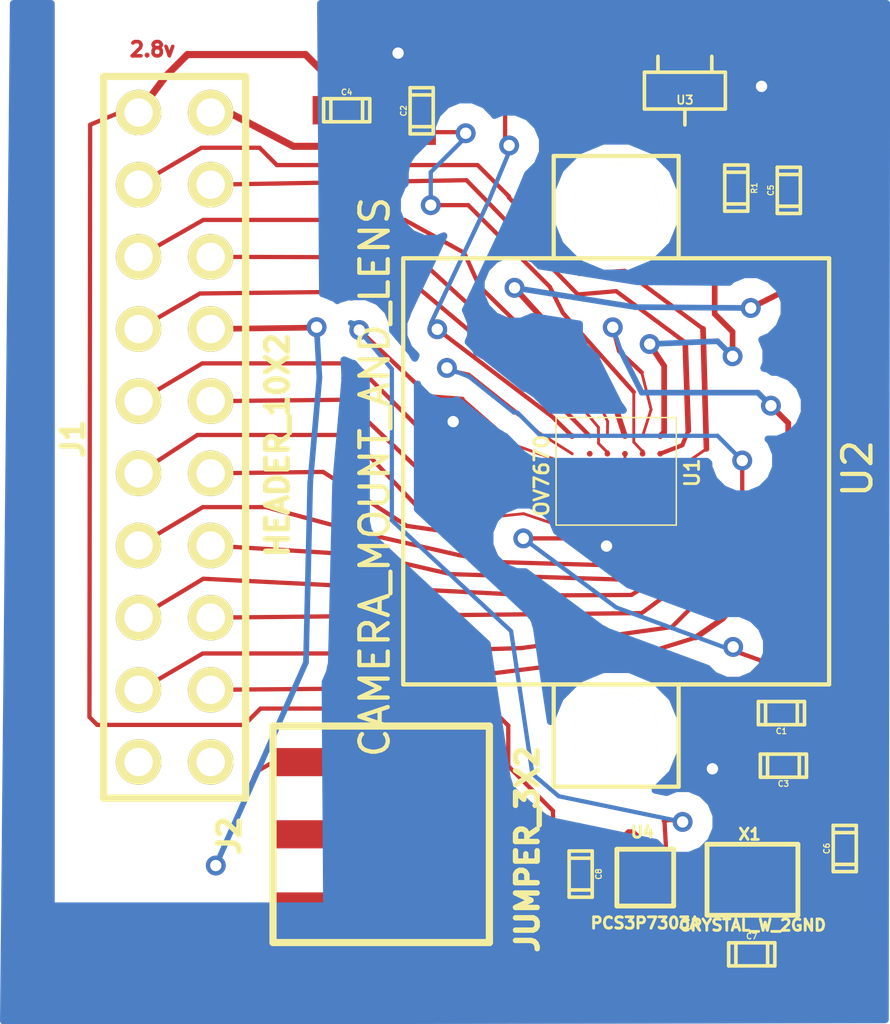
<source format=kicad_pcb>
(kicad_pcb (version 3) (host pcbnew "(2013-08-24 BZR 4298)-stable")

  (general
    (links 52)
    (no_connects 0)
    (area 120.3 95.41 151.650001 131.475001)
    (thickness 1.6)
    (drawings 1)
    (tracks 387)
    (zones 0)
    (modules 16)
    (nets 28)
  )

  (page A)
  (layers
    (15 F.Cu signal)
    (0 B.Cu signal)
    (16 B.Adhes user)
    (17 F.Adhes user)
    (18 B.Paste user)
    (19 F.Paste user)
    (20 B.SilkS user)
    (21 F.SilkS user)
    (22 B.Mask user)
    (23 F.Mask user)
    (24 Dwgs.User user)
    (25 Cmts.User user)
    (26 Eco1.User user)
    (27 Eco2.User user)
    (28 Edge.Cuts user)
  )

  (setup
    (last_trace_width 0.3)
    (user_trace_width 0.1)
    (user_trace_width 0.15)
    (user_trace_width 0.2)
    (user_trace_width 0.25)
    (user_trace_width 0.3)
    (user_trace_width 0.4)
    (user_trace_width 0.5)
    (user_trace_width 0.6)
    (user_trace_width 0.7)
    (user_trace_width 0.8)
    (user_trace_width 0.9)
    (user_trace_width 1)
    (trace_clearance 0.05)
    (zone_clearance 0.7)
    (zone_45_only no)
    (trace_min 0.1)
    (segment_width 0.2)
    (edge_width 0.1)
    (via_size 0.7)
    (via_drill 0.4)
    (via_min_size 0.7)
    (via_min_drill 0.4)
    (uvia_size 0.4)
    (uvia_drill 0.127)
    (uvias_allowed no)
    (uvia_min_size 0.4)
    (uvia_min_drill 0.127)
    (pcb_text_width 0.3)
    (pcb_text_size 1.5 1.5)
    (mod_edge_width 0.15)
    (mod_text_size 1 1)
    (mod_text_width 0.15)
    (pad_size 0.4 0.6125)
    (pad_drill 0)
    (pad_to_mask_clearance 0)
    (aux_axis_origin 0 0)
    (visible_elements 7FFFFFFF)
    (pcbplotparams
      (layerselection 3178497)
      (usegerberextensions false)
      (excludeedgelayer true)
      (linewidth 0.150000)
      (plotframeref false)
      (viasonmask false)
      (mode 1)
      (useauxorigin false)
      (hpglpennumber 1)
      (hpglpenspeed 20)
      (hpglpendiameter 15)
      (hpglpenoverlay 2)
      (psnegative false)
      (psa4output false)
      (plotreference true)
      (plotvalue true)
      (plotothertext true)
      (plotinvisibletext false)
      (padsonsilk false)
      (subtractmaskfromsilk false)
      (outputformat 2)
      (mirror false)
      (drillshape 0)
      (scaleselection 1)
      (outputdirectory ""))
  )

  (net 0 "")
  (net 1 +1.8v)
  (net 2 +2.8v)
  (net 3 AVDD)
  (net 4 D0)
  (net 5 D1)
  (net 6 D2)
  (net 7 D3)
  (net 8 D4)
  (net 9 D5)
  (net 10 D6)
  (net 11 D7)
  (net 12 GND)
  (net 13 HREF)
  (net 14 N-0000021)
  (net 15 N-0000023)
  (net 16 N-0000024)
  (net 17 N-0000026)
  (net 18 N-000008)
  (net 19 N-000009)
  (net 20 PCLK)
  (net 21 PWDN)
  (net 22 RD0)
  (net 23 RESET)
  (net 24 SIO_C)
  (net 25 SIO_D)
  (net 26 VSYNC)
  (net 27 XCLK)

  (net_class Default "This is the default net class."
    (clearance 0.05)
    (trace_width 0.5)
    (via_dia 0.7)
    (via_drill 0.4)
    (uvia_dia 0.4)
    (uvia_drill 0.127)
    (add_net "")
    (add_net +1.8v)
    (add_net +2.8v)
    (add_net AVDD)
    (add_net D0)
    (add_net D1)
    (add_net D2)
    (add_net D3)
    (add_net D4)
    (add_net D5)
    (add_net D6)
    (add_net D7)
    (add_net GND)
    (add_net HREF)
    (add_net N-0000021)
    (add_net N-0000023)
    (add_net N-0000024)
    (add_net N-0000026)
    (add_net N-000008)
    (add_net N-000009)
    (add_net PCLK)
    (add_net PWDN)
    (add_net RD0)
    (add_net RESET)
    (add_net SIO_C)
    (add_net SIO_D)
    (add_net VSYNC)
    (add_net XCLK)
  )

  (module TED_SM0603 (layer F.Cu) (tedit 527731CB) (tstamp 529595DA)
    (at 147.82 120.51 180)
    (descr "SMT capacitor, 0603")
    (path /52959381)
    (fp_text reference C1 (at 0 -0.635 180) (layer F.SilkS)
      (effects (font (size 0.20066 0.20066) (thickness 0.04064)))
    )
    (fp_text value .1uF (at 0 0.635 180) (layer F.SilkS) hide
      (effects (font (size 0.20066 0.20066) (thickness 0.04064)))
    )
    (fp_line (start 0.5588 0.4064) (end 0.5588 -0.4064) (layer F.SilkS) (width 0.127))
    (fp_line (start -0.5588 -0.381) (end -0.5588 0.4064) (layer F.SilkS) (width 0.127))
    (fp_line (start -0.8128 -0.4064) (end 0.8128 -0.4064) (layer F.SilkS) (width 0.127))
    (fp_line (start 0.8128 -0.4064) (end 0.8128 0.4064) (layer F.SilkS) (width 0.127))
    (fp_line (start 0.8128 0.4064) (end -0.8128 0.4064) (layer F.SilkS) (width 0.127))
    (fp_line (start -0.8128 0.4064) (end -0.8128 -0.4064) (layer F.SilkS) (width 0.127))
    (pad 2 smd rect (at 0.75184 0 180) (size 0.89916 1.00076)
      (layers F.Cu F.Paste F.Mask)
      (net 12 GND)
      (clearance 0.1)
    )
    (pad 1 smd rect (at -0.75184 0 180) (size 0.89916 1.00076)
      (layers F.Cu F.Paste F.Mask)
      (net 18 N-000008)
      (clearance 0.1)
    )
    (model smd/capacitors/c_0603.wrl
      (at (xyz 0 0 0))
      (scale (xyz 1 1 1))
      (rotate (xyz 0 0 0))
    )
  )

  (module TED_SM0603 (layer F.Cu) (tedit 527731CB) (tstamp 529595E6)
    (at 135.15 99.31 90)
    (descr "SMT capacitor, 0603")
    (path /5295936A)
    (fp_text reference C2 (at 0 -0.635 90) (layer F.SilkS)
      (effects (font (size 0.20066 0.20066) (thickness 0.04064)))
    )
    (fp_text value .1uF (at 0 0.635 90) (layer F.SilkS) hide
      (effects (font (size 0.20066 0.20066) (thickness 0.04064)))
    )
    (fp_line (start 0.5588 0.4064) (end 0.5588 -0.4064) (layer F.SilkS) (width 0.127))
    (fp_line (start -0.5588 -0.381) (end -0.5588 0.4064) (layer F.SilkS) (width 0.127))
    (fp_line (start -0.8128 -0.4064) (end 0.8128 -0.4064) (layer F.SilkS) (width 0.127))
    (fp_line (start 0.8128 -0.4064) (end 0.8128 0.4064) (layer F.SilkS) (width 0.127))
    (fp_line (start 0.8128 0.4064) (end -0.8128 0.4064) (layer F.SilkS) (width 0.127))
    (fp_line (start -0.8128 0.4064) (end -0.8128 -0.4064) (layer F.SilkS) (width 0.127))
    (pad 2 smd rect (at 0.75184 0 90) (size 0.89916 1.00076)
      (layers F.Cu F.Paste F.Mask)
      (net 12 GND)
      (clearance 0.1)
    )
    (pad 1 smd rect (at -0.75184 0 90) (size 0.89916 1.00076)
      (layers F.Cu F.Paste F.Mask)
      (net 19 N-000009)
      (clearance 0.1)
    )
    (model smd/capacitors/c_0603.wrl
      (at (xyz 0 0 0))
      (scale (xyz 1 1 1))
      (rotate (xyz 0 0 0))
    )
  )

  (module TED_SM0603 (layer F.Cu) (tedit 527731CB) (tstamp 529595F2)
    (at 147.89 122.36 180)
    (descr "SMT capacitor, 0603")
    (path /529595DF)
    (fp_text reference C3 (at 0 -0.635 180) (layer F.SilkS)
      (effects (font (size 0.20066 0.20066) (thickness 0.04064)))
    )
    (fp_text value 4.7uF (at 0 0.635 180) (layer F.SilkS) hide
      (effects (font (size 0.20066 0.20066) (thickness 0.04064)))
    )
    (fp_line (start 0.5588 0.4064) (end 0.5588 -0.4064) (layer F.SilkS) (width 0.127))
    (fp_line (start -0.5588 -0.381) (end -0.5588 0.4064) (layer F.SilkS) (width 0.127))
    (fp_line (start -0.8128 -0.4064) (end 0.8128 -0.4064) (layer F.SilkS) (width 0.127))
    (fp_line (start 0.8128 -0.4064) (end 0.8128 0.4064) (layer F.SilkS) (width 0.127))
    (fp_line (start 0.8128 0.4064) (end -0.8128 0.4064) (layer F.SilkS) (width 0.127))
    (fp_line (start -0.8128 0.4064) (end -0.8128 -0.4064) (layer F.SilkS) (width 0.127))
    (pad 2 smd rect (at 0.75184 0 180) (size 0.89916 1.00076)
      (layers F.Cu F.Paste F.Mask)
      (net 12 GND)
      (clearance 0.1)
    )
    (pad 1 smd rect (at -0.75184 0 180) (size 0.89916 1.00076)
      (layers F.Cu F.Paste F.Mask)
      (net 1 +1.8v)
      (clearance 0.1)
    )
    (model smd/capacitors/c_0603.wrl
      (at (xyz 0 0 0))
      (scale (xyz 1 1 1))
      (rotate (xyz 0 0 0))
    )
  )

  (module TED_SM0603 (layer F.Cu) (tedit 527731CB) (tstamp 529595FE)
    (at 132.51 99.29)
    (descr "SMT capacitor, 0603")
    (path /529595B4)
    (fp_text reference C4 (at 0 -0.635) (layer F.SilkS)
      (effects (font (size 0.20066 0.20066) (thickness 0.04064)))
    )
    (fp_text value 4.7uF (at 0 0.635) (layer F.SilkS) hide
      (effects (font (size 0.20066 0.20066) (thickness 0.04064)))
    )
    (fp_line (start 0.5588 0.4064) (end 0.5588 -0.4064) (layer F.SilkS) (width 0.127))
    (fp_line (start -0.5588 -0.381) (end -0.5588 0.4064) (layer F.SilkS) (width 0.127))
    (fp_line (start -0.8128 -0.4064) (end 0.8128 -0.4064) (layer F.SilkS) (width 0.127))
    (fp_line (start 0.8128 -0.4064) (end 0.8128 0.4064) (layer F.SilkS) (width 0.127))
    (fp_line (start 0.8128 0.4064) (end -0.8128 0.4064) (layer F.SilkS) (width 0.127))
    (fp_line (start -0.8128 0.4064) (end -0.8128 -0.4064) (layer F.SilkS) (width 0.127))
    (pad 2 smd rect (at 0.75184 0) (size 0.89916 1.00076)
      (layers F.Cu F.Paste F.Mask)
      (net 12 GND)
      (clearance 0.1)
    )
    (pad 1 smd rect (at -0.75184 0) (size 0.89916 1.00076)
      (layers F.Cu F.Paste F.Mask)
      (net 2 +2.8v)
      (clearance 0.1)
    )
    (model smd/capacitors/c_0603.wrl
      (at (xyz 0 0 0))
      (scale (xyz 1 1 1))
      (rotate (xyz 0 0 0))
    )
  )

  (module TED_SM0603 (layer F.Cu) (tedit 527731CB) (tstamp 5295960A)
    (at 148.08 102.11 90)
    (descr "SMT capacitor, 0603")
    (path /529595D2)
    (fp_text reference C5 (at 0 -0.635 90) (layer F.SilkS)
      (effects (font (size 0.20066 0.20066) (thickness 0.04064)))
    )
    (fp_text value 4.7uF (at 0 0.635 90) (layer F.SilkS) hide
      (effects (font (size 0.20066 0.20066) (thickness 0.04064)))
    )
    (fp_line (start 0.5588 0.4064) (end 0.5588 -0.4064) (layer F.SilkS) (width 0.127))
    (fp_line (start -0.5588 -0.381) (end -0.5588 0.4064) (layer F.SilkS) (width 0.127))
    (fp_line (start -0.8128 -0.4064) (end 0.8128 -0.4064) (layer F.SilkS) (width 0.127))
    (fp_line (start 0.8128 -0.4064) (end 0.8128 0.4064) (layer F.SilkS) (width 0.127))
    (fp_line (start 0.8128 0.4064) (end -0.8128 0.4064) (layer F.SilkS) (width 0.127))
    (fp_line (start -0.8128 0.4064) (end -0.8128 -0.4064) (layer F.SilkS) (width 0.127))
    (pad 2 smd rect (at 0.75184 0 90) (size 0.89916 1.00076)
      (layers F.Cu F.Paste F.Mask)
      (net 12 GND)
      (clearance 0.1)
    )
    (pad 1 smd rect (at -0.75184 0 90) (size 0.89916 1.00076)
      (layers F.Cu F.Paste F.Mask)
      (net 3 AVDD)
      (clearance 0.1)
    )
    (model smd/capacitors/c_0603.wrl
      (at (xyz 0 0 0))
      (scale (xyz 1 1 1))
      (rotate (xyz 0 0 0))
    )
  )

  (module TED_HEADER_10x2_BOTTOM_SIDE (layer F.Cu) (tedit 528EF672) (tstamp 52CBA86D)
    (at 126.45 110.8 270)
    (path /52956095)
    (fp_text reference J1 (at 0.05 3.575 270) (layer F.SilkS)
      (effects (font (size 0.762 0.762) (thickness 0.1905)))
    )
    (fp_text value HEADER_10X2 (at 0.275 -3.625 270) (layer F.SilkS)
      (effects (font (size 0.762 0.762) (thickness 0.1905)))
    )
    (fp_line (start 12.7 -2.5) (end 12.7 2.5) (layer F.SilkS) (width 0.254))
    (fp_line (start 12.7 -2.5) (end -12.7 -2.5) (layer F.SilkS) (width 0.254))
    (fp_line (start 12.7 2.5) (end -12.7 2.5) (layer F.SilkS) (width 0.254))
    (fp_line (start -12.7 2.5) (end -12.7 -2.5) (layer F.SilkS) (width 0.254))
    (pad 11 thru_hole circle (at 11.43 -1.27 270) (size 1.6 1.6) (drill 1)
      (layers *.Mask F.Cu F.SilkS)
    )
    (pad 10 thru_hole circle (at 11.43 1.27 270) (size 1.6 1.6) (drill 1)
      (layers *.Mask F.Cu F.SilkS)
    )
    (pad 14 thru_hole circle (at 3.81 -1.27 270) (size 1.6 1.6) (drill 1)
      (layers *.Mask F.Cu F.SilkS)
      (net 6 D2)
    )
    (pad 8 thru_hole circle (at 6.35 1.27 270) (size 1.6 1.6) (drill 1)
      (layers *.Mask F.Cu F.SilkS)
      (net 5 D1)
    )
    (pad 9 thru_hole circle (at 8.89 1.27 270) (size 1.6 1.6) (drill 1)
      (layers *.Mask F.Cu F.SilkS)
      (net 23 RESET)
    )
    (pad 12 thru_hole circle (at 8.89 -1.27 270) (size 1.6 1.6) (drill 1)
      (layers *.Mask F.Cu F.SilkS)
      (net 21 PWDN)
    )
    (pad 13 thru_hole circle (at 6.35 -1.27 270) (size 1.6 1.6) (drill 1)
      (layers *.Mask F.Cu F.SilkS)
      (net 4 D0)
    )
    (pad 15 thru_hole circle (at 1.27 -1.27 270) (size 1.6 1.6) (drill 1)
      (layers *.Mask F.Cu F.SilkS)
      (net 8 D4)
    )
    (pad 7 thru_hole circle (at 3.81 1.27 270) (size 1.6 1.6) (drill 1)
      (layers *.Mask F.Cu F.SilkS)
      (net 7 D3)
    )
    (pad 6 thru_hole circle (at 1.27 1.27 270) (size 1.6 1.6) (drill 1)
      (layers *.Mask F.Cu F.SilkS)
      (net 9 D5)
    )
    (pad 5 thru_hole circle (at -1.27 1.27 270) (size 1.6 1.6) (drill 1)
      (layers *.Mask F.Cu F.SilkS)
      (net 11 D7)
    )
    (pad 1 thru_hole circle (at -11.43 1.27 270) (size 1.6 1.6) (drill 1)
      (layers *.Mask F.Cu F.SilkS)
      (net 2 +2.8v)
    )
    (pad 2 thru_hole circle (at -8.89 1.27 270) (size 1.6 1.6) (drill 1)
      (layers *.Mask F.Cu F.SilkS)
      (net 24 SIO_C)
    )
    (pad 3 thru_hole circle (at -6.35 1.27 270) (size 1.6 1.6) (drill 1)
      (layers *.Mask F.Cu F.SilkS)
      (net 26 VSYNC)
    )
    (pad 4 thru_hole circle (at -3.81 1.27 270) (size 1.6 1.6) (drill 1)
      (layers *.Mask F.Cu F.SilkS)
      (net 20 PCLK)
    )
    (pad 16 thru_hole circle (at -1.27 -1.27 270) (size 1.6 1.6) (drill 1)
      (layers *.Mask F.Cu F.SilkS)
      (net 10 D6)
    )
    (pad 17 thru_hole circle (at -3.81 -1.27 270) (size 1.6 1.6) (drill 1)
      (layers *.Mask F.Cu F.SilkS)
      (net 22 RD0)
    )
    (pad 18 thru_hole circle (at -6.35 -1.27 270) (size 1.6 1.6) (drill 1)
      (layers *.Mask F.Cu F.SilkS)
      (net 13 HREF)
    )
    (pad 19 thru_hole circle (at -8.89 -1.27 270) (size 1.6 1.6) (drill 1)
      (layers *.Mask F.Cu F.SilkS)
      (net 25 SIO_D)
    )
    (pad 20 thru_hole circle (at -11.43 -1.27 270) (size 1.6 1.6) (drill 1)
      (layers *.Mask F.Cu F.SilkS)
      (net 12 GND)
    )
  )

  (module TED_SM0603 (layer F.Cu) (tedit 527731CB) (tstamp 52959632)
    (at 146.23 102.03 270)
    (descr "SMT capacitor, 0603")
    (path /529595EE)
    (fp_text reference R1 (at 0 -0.635 270) (layer F.SilkS)
      (effects (font (size 0.20066 0.20066) (thickness 0.04064)))
    )
    (fp_text value 10 (at 0 0.635 270) (layer F.SilkS) hide
      (effects (font (size 0.20066 0.20066) (thickness 0.04064)))
    )
    (fp_line (start 0.5588 0.4064) (end 0.5588 -0.4064) (layer F.SilkS) (width 0.127))
    (fp_line (start -0.5588 -0.381) (end -0.5588 0.4064) (layer F.SilkS) (width 0.127))
    (fp_line (start -0.8128 -0.4064) (end 0.8128 -0.4064) (layer F.SilkS) (width 0.127))
    (fp_line (start 0.8128 -0.4064) (end 0.8128 0.4064) (layer F.SilkS) (width 0.127))
    (fp_line (start 0.8128 0.4064) (end -0.8128 0.4064) (layer F.SilkS) (width 0.127))
    (fp_line (start -0.8128 0.4064) (end -0.8128 -0.4064) (layer F.SilkS) (width 0.127))
    (pad 2 smd rect (at 0.75184 0 270) (size 0.89916 1.00076)
      (layers F.Cu F.Paste F.Mask)
      (net 3 AVDD)
      (clearance 0.1)
    )
    (pad 1 smd rect (at -0.75184 0 270) (size 0.89916 1.00076)
      (layers F.Cu F.Paste F.Mask)
      (net 2 +2.8v)
      (clearance 0.1)
    )
    (model smd/capacitors/c_0603.wrl
      (at (xyz 0 0 0))
      (scale (xyz 1 1 1))
      (rotate (xyz 0 0 0))
    )
  )

  (module TED_CAMERA_M12x0.5_mount (layer F.Cu) (tedit 52959A2D) (tstamp 52959ABA)
    (at 142 112 270)
    (path /52959B02)
    (fp_text reference U2 (at -0.1 -8.5 270) (layer F.SilkS)
      (effects (font (size 1 1) (thickness 0.15)))
    )
    (fp_text value CAMERA_MOUNT_AND_LENS (at 0.2 8.5 270) (layer F.SilkS)
      (effects (font (size 1 1) (thickness 0.15)))
    )
    (fp_line (start -7.5 -2.2) (end -11.1 -2.2) (layer F.SilkS) (width 0.15))
    (fp_line (start -11.1 -2.2) (end -11.1 2.2) (layer F.SilkS) (width 0.15))
    (fp_line (start -11.1 2.2) (end -7.5 2.2) (layer F.SilkS) (width 0.15))
    (fp_line (start 7.5 -2.2) (end 11.1 -2.2) (layer F.SilkS) (width 0.15))
    (fp_line (start 11.1 -2.2) (end 11.1 2.2) (layer F.SilkS) (width 0.15))
    (fp_line (start 11.1 2.2) (end 7.5 2.2) (layer F.SilkS) (width 0.15))
    (fp_line (start -7.5 -7.5) (end -7.5 7.5) (layer F.SilkS) (width 0.15))
    (fp_line (start -7.5 7.5) (end 7.5 7.5) (layer F.SilkS) (width 0.15))
    (fp_line (start 7.5 7.5) (end 7.5 -7.5) (layer F.SilkS) (width 0.15))
    (fp_line (start 7.5 -7.5) (end -7.5 -7.5) (layer F.SilkS) (width 0.15))
    (pad "" np_thru_hole circle (at 9.3 0 270) (size 3 3) (drill 3)
      (layers *.Cu *.Mask F.SilkS)
    )
    (pad "" np_thru_hole circle (at -9.3 0 270) (size 3 3) (drill 3)
      (layers *.Cu *.Mask F.SilkS)
    )
  )

  (module TED_CSP2-24 (layer F.Cu) (tedit 52CF8693) (tstamp 5295965E)
    (at 142 112 270)
    (path /52958E0C)
    (fp_text reference U1 (at 0.05 -2.675 270) (layer F.SilkS)
      (effects (font (size 0.50038 0.50038) (thickness 0.09906)))
    )
    (fp_text value OV7670 (at 0.15 2.625 270) (layer F.SilkS)
      (effects (font (size 0.50038 0.50038) (thickness 0.09906)))
    )
    (fp_line (start -1.8925 -2.1175) (end 1.8925 -2.1175) (layer F.SilkS) (width 0.0508))
    (fp_line (start 1.8925 -2.1175) (end 1.8925 2.1175) (layer F.SilkS) (width 0.0508))
    (fp_line (start 1.8925 2.1175) (end -1.8925 2.1175) (layer F.SilkS) (width 0.0508))
    (fp_line (start -1.8925 2.1175) (end -1.8925 -2.1175) (layer F.SilkS) (width 0.0508))
    (pad E4 smd circle (at 0.62 0.93 270) (size 0.2 0.2)
      (layers F.Cu F.Paste F.Mask)
      (net 11 D7)
      (clearance 0.05)
    )
    (pad E5 smd circle (at 1.24 0.93 270) (size 0.2 0.2)
      (layers F.Cu F.Paste F.Mask)
      (net 9 D5)
      (clearance 0.05)
    )
    (pad F5 smd circle (at 1.24 1.55 270) (size 0.1 0.1)
      (layers F.Cu F.Paste F.Mask)
      (net 8 D4)
      (clearance 0.05)
    )
    (pad F4 smd circle (at 0.62 1.55 270) (size 0.1 0.1)
      (layers F.Cu F.Paste F.Mask)
      (net 10 D6)
      (clearance 0.05)
    )
    (pad E2 smd circle (at -0.62 0.93 270) (size 0.2 0.2)
      (layers F.Cu F.Paste F.Mask)
      (clearance 0.05)
    )
    (pad E1 smd circle (at -1.24 0.93 270) (size 0.1 0.1)
      (layers F.Cu F.Paste F.Mask)
      (net 20 PCLK)
      (clearance 0.05)
    )
    (pad F1 smd circle (at -1.24 1.55 270) (size 0.2 0.2)
      (layers F.Cu F.Paste F.Mask)
      (net 2 +2.8v)
      (clearance 0.05)
    )
    (pad F2 smd circle (at -0.62 1.55 270) (size 0.1 0.1)
      (layers F.Cu F.Paste F.Mask)
      (net 23 RESET)
      (clearance 0.05)
    )
    (pad B4 smd circle (at 0.62 -0.93 270) (size 0.1 0.1)
      (layers F.Cu F.Paste F.Mask)
      (net 4 D0)
      (clearance 0.05)
    )
    (pad B5 smd circle (at 1.24 -0.93 270) (size 0.1 0.1)
      (layers F.Cu F.Paste F.Mask)
      (net 6 D2)
      (clearance 0.05)
    )
    (pad B2 smd circle (at -0.62 -0.93 270) (size 0.2 0.2)
      (layers F.Cu F.Paste F.Mask)
      (net 19 N-000009)
      (clearance 0.05)
    )
    (pad B1 smd circle (at -1.24 -0.93 270) (size 0.1 0.1)
      (layers F.Cu F.Paste F.Mask)
      (net 21 PWDN)
      (clearance 0.05)
    )
    (pad A5 smd circle (at 1.24 -1.55 270) (size 0.2 0.2)
      (layers F.Cu F.Paste F.Mask)
      (net 7 D3)
      (clearance 0.05)
    )
    (pad A4 smd circle (at 0.62 -1.55 270) (size 0.1 0.1)
      (layers F.Cu F.Paste F.Mask)
      (net 5 D1)
      (clearance 0.05)
    )
    (pad A1 smd circle (at -1.24 -1.55 270) (size 0.2 0.2)
      (layers F.Cu F.Paste F.Mask)
      (net 3 AVDD)
      (clearance 0.05)
    )
    (pad A2 smd circle (at -0.62 -1.55 270) (size 0.2 0.2)
      (layers F.Cu F.Paste F.Mask)
      (net 25 SIO_D)
      (clearance 0.05)
    )
    (pad A3 smd circle (at 0 -1.55 270) (size 0.1 0.1)
      (layers F.Cu F.Paste F.Mask)
      (net 24 SIO_C)
      (clearance 0.05)
    )
    (pad B3 smd circle (at 0 -0.93 270) (size 0.2 0.2)
      (layers F.Cu F.Paste F.Mask)
      (net 12 GND)
      (clearance 0.05)
    )
    (pad E3 smd circle (at 0 0.93 270) (size 0.2 0.2)
      (layers F.Cu F.Paste F.Mask)
      (net 27 XCLK)
      (clearance 0.05)
    )
    (pad F3 smd circle (at 0 1.55 270) (size 0.1 0.1)
      (layers F.Cu F.Paste F.Mask)
      (net 12 GND)
      (clearance 0.05)
    )
    (pad C1 smd circle (at -1.24 -0.31 270) (size 0.1 0.1)
      (layers F.Cu F.Paste F.Mask)
      (net 1 +1.8v)
      (clearance 0.05)
    )
    (pad D1 smd circle (at -1.24 0.31 270) (size 0.1 0.1)
      (layers F.Cu F.Paste F.Mask)
      (net 26 VSYNC)
      (clearance 0.05)
    )
    (pad C2 smd circle (at -0.62 -0.31 270) (size 0.2 0.2)
      (layers F.Cu F.Paste F.Mask)
      (net 18 N-000008)
      (clearance 0.05)
    )
    (pad D2 smd circle (at -0.62 0.31 270) (size 0.2 0.2)
      (layers F.Cu F.Paste F.Mask)
      (net 13 HREF)
      (clearance 0.05)
    )
  )

  (module TED_TSX_3225 (layer F.Cu) (tedit 52CB34BB) (tstamp 52CB971D)
    (at 146.8 126.375)
    (path /52CB3436)
    (fp_text reference X1 (at -0.1 -1.6) (layer F.SilkS)
      (effects (font (size 0.4 0.4) (thickness 0.1)))
    )
    (fp_text value CRYSTAL_W_2GND (at 0 1.6) (layer F.SilkS)
      (effects (font (size 0.4 0.4) (thickness 0.1)))
    )
    (fp_line (start -1.6 -1.25) (end 1.6 -1.25) (layer F.SilkS) (width 0.17018))
    (fp_line (start 1.6 -1.25) (end 1.6 1.25) (layer F.SilkS) (width 0.17018))
    (fp_line (start 1.6 1.25) (end -1.6 1.25) (layer F.SilkS) (width 0.17018))
    (fp_line (start -1.6 1.25) (end -1.6 -1.25) (layer F.SilkS) (width 0.17018))
    (pad 1 smd rect (at -1 0.75) (size 1 0.8)
      (layers F.Cu F.Paste F.Mask)
      (net 14 N-0000021)
    )
    (pad 2 smd rect (at 1 0.75) (size 1 0.8)
      (layers F.Cu F.Paste F.Mask)
      (net 12 GND)
    )
    (pad 3 smd rect (at 1 -0.75) (size 1 0.8)
      (layers F.Cu F.Paste F.Mask)
      (net 15 N-0000023)
    )
    (pad 4 smd rect (at -1 -0.75) (size 1 0.8)
      (layers F.Cu F.Paste F.Mask)
      (net 12 GND)
    )
  )

  (module TED_DFN-8 (layer F.Cu) (tedit 52CB2253) (tstamp 52CB972D)
    (at 143.025 126.3)
    (path /52CB2B02)
    (fp_text reference U4 (at -0.1 -1.6) (layer F.SilkS)
      (effects (font (size 0.4 0.4) (thickness 0.1)))
    )
    (fp_text value PCS3P7303A (at 0 1.6) (layer F.SilkS)
      (effects (font (size 0.4 0.4) (thickness 0.1)))
    )
    (fp_line (start -1 -1) (end 1 -1) (layer F.SilkS) (width 0.17018))
    (fp_line (start 1 -1) (end 1 1) (layer F.SilkS) (width 0.17018))
    (fp_line (start 1 1) (end -1 1) (layer F.SilkS) (width 0.17018))
    (fp_line (start -1 1) (end -1 -1) (layer F.SilkS) (width 0.17018))
    (pad 5 smd rect (at 0.75 -0.725) (size 0.25 0.55)
      (layers F.Cu F.Paste F.Mask)
      (net 27 XCLK)
    )
    (pad 6 smd rect (at 0.25 -0.725) (size 0.25 0.55)
      (layers F.Cu F.Paste F.Mask)
      (net 12 GND)
    )
    (pad 7 smd rect (at -0.25 -0.725) (size 0.25 0.55)
      (layers F.Cu F.Paste F.Mask)
      (net 2 +2.8v)
    )
    (pad 8 smd rect (at -0.75 -0.725) (size 0.25 0.55)
      (layers F.Cu F.Paste F.Mask)
      (net 2 +2.8v)
    )
    (pad 1 smd rect (at -0.75 0.725) (size 0.25 0.55)
      (layers F.Cu F.Paste F.Mask)
      (net 17 N-0000026)
    )
    (pad 2 smd rect (at -0.25 0.725) (size 0.25 0.55)
      (layers F.Cu F.Paste F.Mask)
      (net 16 N-0000024)
    )
    (pad 3 smd rect (at 0.25 0.725) (size 0.25 0.55)
      (layers F.Cu F.Paste F.Mask)
      (net 12 GND)
    )
    (pad 4 smd rect (at 0.75 0.725) (size 0.25 0.55)
      (layers F.Cu F.Paste F.Mask)
      (net 12 GND)
    )
  )

  (module TED_SM0603 (layer F.Cu) (tedit 527731CB) (tstamp 52CB9FB6)
    (at 140.75 126.175 270)
    (descr "SMT capacitor, 0603")
    (path /52CB2BCD)
    (fp_text reference C8 (at 0 -0.635 270) (layer F.SilkS)
      (effects (font (size 0.20066 0.20066) (thickness 0.04064)))
    )
    (fp_text value .1uF (at 0 0.635 270) (layer F.SilkS) hide
      (effects (font (size 0.20066 0.20066) (thickness 0.04064)))
    )
    (fp_line (start 0.5588 0.4064) (end 0.5588 -0.4064) (layer F.SilkS) (width 0.127))
    (fp_line (start -0.5588 -0.381) (end -0.5588 0.4064) (layer F.SilkS) (width 0.127))
    (fp_line (start -0.8128 -0.4064) (end 0.8128 -0.4064) (layer F.SilkS) (width 0.127))
    (fp_line (start 0.8128 -0.4064) (end 0.8128 0.4064) (layer F.SilkS) (width 0.127))
    (fp_line (start 0.8128 0.4064) (end -0.8128 0.4064) (layer F.SilkS) (width 0.127))
    (fp_line (start -0.8128 0.4064) (end -0.8128 -0.4064) (layer F.SilkS) (width 0.127))
    (pad 2 smd rect (at 0.75184 0 270) (size 0.89916 1.00076)
      (layers F.Cu F.Paste F.Mask)
      (net 12 GND)
      (clearance 0.1)
    )
    (pad 1 smd rect (at -0.75184 0 270) (size 0.89916 1.00076)
      (layers F.Cu F.Paste F.Mask)
      (net 2 +2.8v)
      (clearance 0.1)
    )
    (model smd/capacitors/c_0603.wrl
      (at (xyz 0 0 0))
      (scale (xyz 1 1 1))
      (rotate (xyz 0 0 0))
    )
  )

  (module TED_SM0603 (layer F.Cu) (tedit 527731CB) (tstamp 52CB9FC2)
    (at 150.05 125.275 90)
    (descr "SMT capacitor, 0603")
    (path /52CB3A41)
    (fp_text reference C6 (at 0 -0.635 90) (layer F.SilkS)
      (effects (font (size 0.20066 0.20066) (thickness 0.04064)))
    )
    (fp_text value 9pF (at 0 0.635 90) (layer F.SilkS) hide
      (effects (font (size 0.20066 0.20066) (thickness 0.04064)))
    )
    (fp_line (start 0.5588 0.4064) (end 0.5588 -0.4064) (layer F.SilkS) (width 0.127))
    (fp_line (start -0.5588 -0.381) (end -0.5588 0.4064) (layer F.SilkS) (width 0.127))
    (fp_line (start -0.8128 -0.4064) (end 0.8128 -0.4064) (layer F.SilkS) (width 0.127))
    (fp_line (start 0.8128 -0.4064) (end 0.8128 0.4064) (layer F.SilkS) (width 0.127))
    (fp_line (start 0.8128 0.4064) (end -0.8128 0.4064) (layer F.SilkS) (width 0.127))
    (fp_line (start -0.8128 0.4064) (end -0.8128 -0.4064) (layer F.SilkS) (width 0.127))
    (pad 2 smd rect (at 0.75184 0 90) (size 0.89916 1.00076)
      (layers F.Cu F.Paste F.Mask)
      (net 12 GND)
      (clearance 0.1)
    )
    (pad 1 smd rect (at -0.75184 0 90) (size 0.89916 1.00076)
      (layers F.Cu F.Paste F.Mask)
      (net 15 N-0000023)
      (clearance 0.1)
    )
    (model smd/capacitors/c_0603.wrl
      (at (xyz 0 0 0))
      (scale (xyz 1 1 1))
      (rotate (xyz 0 0 0))
    )
  )

  (module TED_SM0603 (layer F.Cu) (tedit 527731CB) (tstamp 52CB9FCE)
    (at 146.775 129)
    (descr "SMT capacitor, 0603")
    (path /52CB3A55)
    (fp_text reference C7 (at 0 -0.635) (layer F.SilkS)
      (effects (font (size 0.20066 0.20066) (thickness 0.04064)))
    )
    (fp_text value 9pF (at 0 0.635) (layer F.SilkS) hide
      (effects (font (size 0.20066 0.20066) (thickness 0.04064)))
    )
    (fp_line (start 0.5588 0.4064) (end 0.5588 -0.4064) (layer F.SilkS) (width 0.127))
    (fp_line (start -0.5588 -0.381) (end -0.5588 0.4064) (layer F.SilkS) (width 0.127))
    (fp_line (start -0.8128 -0.4064) (end 0.8128 -0.4064) (layer F.SilkS) (width 0.127))
    (fp_line (start 0.8128 -0.4064) (end 0.8128 0.4064) (layer F.SilkS) (width 0.127))
    (fp_line (start 0.8128 0.4064) (end -0.8128 0.4064) (layer F.SilkS) (width 0.127))
    (fp_line (start -0.8128 0.4064) (end -0.8128 -0.4064) (layer F.SilkS) (width 0.127))
    (pad 2 smd rect (at 0.75184 0) (size 0.89916 1.00076)
      (layers F.Cu F.Paste F.Mask)
      (net 12 GND)
      (clearance 0.1)
    )
    (pad 1 smd rect (at -0.75184 0) (size 0.89916 1.00076)
      (layers F.Cu F.Paste F.Mask)
      (net 14 N-0000021)
      (clearance 0.1)
    )
    (model smd/capacitors/c_0603.wrl
      (at (xyz 0 0 0))
      (scale (xyz 1 1 1))
      (rotate (xyz 0 0 0))
    )
  )

  (module TED_HEADER_3x2_SMT (layer F.Cu) (tedit 52CB3F8A) (tstamp 52CB9FD9)
    (at 133.725 124.775 270)
    (path /52CB4751)
    (fp_text reference J2 (at 0.05 5.35 270) (layer F.SilkS)
      (effects (font (size 0.762 0.762) (thickness 0.1905)))
    )
    (fp_text value JUMPER_3X2 (at 0.525 -5.15 270) (layer F.SilkS)
      (effects (font (size 0.762 0.762) (thickness 0.1905)))
    )
    (fp_line (start 3.81 -3.81) (end -3.81 -3.81) (layer F.SilkS) (width 0.254))
    (fp_line (start 3.81 -3.81) (end 3.81 3.81) (layer F.SilkS) (width 0.254))
    (fp_line (start 3.81 3.81) (end -3.81 3.81) (layer F.SilkS) (width 0.254))
    (fp_line (start -3.81 3.81) (end -3.81 -3.81) (layer F.SilkS) (width 0.254))
    (pad 1 smd rect (at -2.54 2.54 270) (size 0.9906 2.54)
      (layers F.Cu F.Paste F.Mask)
      (net 22 RD0)
      (clearance 0.508)
    )
    (pad 2 smd rect (at 0 2.54 270) (size 0.9906 2.54)
      (layers F.Cu F.Paste F.Mask)
      (net 17 N-0000026)
      (clearance 0.508)
    )
    (pad 3 smd rect (at 2.54 2.54 270) (size 0.9906 2.54)
      (layers F.Cu F.Paste F.Mask)
      (net 15 N-0000023)
      (clearance 0.508)
    )
    (pad 4 smd rect (at 2.54 -2.54 270) (size 0.9906 2.54)
      (layers F.Cu F.Paste F.Mask)
      (net 14 N-0000021)
      (clearance 0.508)
    )
    (pad 5 smd rect (at 0 -2.54 270) (size 0.9906 2.54)
      (layers F.Cu F.Paste F.Mask)
      (net 16 N-0000024)
      (clearance 0.508)
    )
    (pad 6 smd rect (at -2.54 -2.54 270) (size 0.9906 2.54)
      (layers F.Cu F.Paste F.Mask)
      (clearance 0.508)
    )
  )

  (module TED_SC59 (layer F.Cu) (tedit 52D1AB40) (tstamp 52983C4E)
    (at 144.42 98.6 180)
    (descr SC70)
    (path /52980CF3)
    (attr smd)
    (fp_text reference U3 (at 0 -0.3302 180) (layer F.SilkS)
      (effects (font (size 0.29972 0.29972) (thickness 0.06096)))
    )
    (fp_text value REGULATOR_1.8V (at 0 0.3302 180) (layer F.SilkS) hide
      (effects (font (size 0.29972 0.29972) (thickness 0.06096)))
    )
    (fp_line (start 0 -0.6477) (end 0 -1.2065) (layer F.SilkS) (width 0.127))
    (fp_line (start 0.9477 0.6477) (end 0.9477 1.2065) (layer F.SilkS) (width 0.127))
    (fp_line (start -0.9477 0.6477) (end -0.9477 1.2065) (layer F.SilkS) (width 0.127))
    (fp_line (start -1.425 -0.6477) (end 1.425 -0.6477) (layer F.SilkS) (width 0.127))
    (fp_line (start 1.425 -0.6477) (end 1.425 0.6477) (layer F.SilkS) (width 0.127))
    (fp_line (start 1.425 0.6477) (end -1.425 0.6477) (layer F.SilkS) (width 0.127))
    (fp_line (start -1.425 0.6477) (end -1.425 -0.6477) (layer F.SilkS) (width 0.127))
    (pad 1 smd rect (at -0.95 1.016 180) (size 0.4 0.6125)
      (layers F.Cu F.Paste F.Mask)
      (net 12 GND)
    )
    (pad 2 smd rect (at 0.95 1.016 180) (size 0.4 0.6125)
      (layers F.Cu F.Paste F.Mask)
      (net 1 +1.8v)
    )
    (pad 3 smd rect (at 0 -1.016 180) (size 0.4 0.6125)
      (layers F.Cu F.Paste F.Mask)
      (net 2 +2.8v)
    )
    (model smd/smd_transistors/sc70.wrl
      (at (xyz 0 0 0))
      (scale (xyz 1 1 1))
      (rotate (xyz 0 0 0))
    )
  )

  (gr_text 2.8v (at 125.67 97.15) (layer F.Cu)
    (effects (font (size 0.5 0.5) (thickness 0.125)))
  )

  (segment (start 143.47 97.584) (end 143.47 97.48) (width 0.3) (layer F.Cu) (net 1) (status C00000))
  (segment (start 149.63 98.66) (end 149.63 100.966667) (width 0.3) (layer F.Cu) (net 1) (tstamp 52D1B441))
  (segment (start 147.57 96.6) (end 149.63 98.66) (width 0.3) (layer F.Cu) (net 1) (tstamp 52D1B43F))
  (segment (start 144.35 96.6) (end 147.57 96.6) (width 0.3) (layer F.Cu) (net 1) (tstamp 52D1B43E))
  (segment (start 143.47 97.48) (end 144.35 96.6) (width 0.3) (layer F.Cu) (net 1) (tstamp 52D1B43D) (status 400000))
  (segment (start 148.64184 122.36) (end 148.63 122.34) (width 0.2) (layer F.Cu) (net 1) (status 10))
  (segment (start 148.63 122.34) (end 149.65 121.47) (width 0.2) (layer F.Cu) (net 1) (tstamp 52AD42F1))
  (segment (start 149.65 121.47) (end 149.65 104.78) (width 0.3) (layer F.Cu) (net 1) (tstamp 52AD42F3))
  (segment (start 149.65 100.38) (end 149.63 100.966667) (width 0.2) (layer F.Cu) (net 1) (tstamp 52AD4291))
  (segment (start 149.63 100.966667) (end 149.65 104.78) (width 0.3) (layer F.Cu) (net 1) (tstamp 52D1B444))
  (segment (start 141.82 109.26) (end 142.31 110.76) (width 0.2) (layer F.Cu) (net 1) (tstamp 52AD429B))
  (segment (start 149.65 104.78) (end 146.74 106.25) (width 0.2) (layer F.Cu) (net 1) (tstamp 52AD4293))
  (via (at 146.74 106.25) (size 0.7) (layers F.Cu B.Cu) (net 1))
  (segment (start 146.74 106.25) (end 142.67 106.22) (width 0.2) (layer B.Cu) (net 1) (tstamp 52AD4296))
  (segment (start 142.67 106.22) (end 138.42 105.54) (width 0.2) (layer B.Cu) (net 1) (tstamp 52AD4297))
  (via (at 138.42 105.54) (size 0.7) (layers F.Cu B.Cu) (net 1))
  (segment (start 138.42 105.54) (end 141.82 109.26) (width 0.2) (layer F.Cu) (net 1) (tstamp 52AD429A))
  (segment (start 140.019541 97.984279) (end 140.024279 97.984279) (width 0.3) (layer F.Cu) (net 2))
  (segment (start 141.656 99.616) (end 144.42 99.616) (width 0.3) (layer F.Cu) (net 2) (tstamp 52D1B432) (status 800000))
  (segment (start 140.024279 97.984279) (end 141.656 99.616) (width 0.3) (layer F.Cu) (net 2) (tstamp 52D1B431))
  (segment (start 144.42 99.616) (end 144.42 99.73) (width 0.3) (layer F.Cu) (net 2) (status C00000))
  (segment (start 144.42 99.73) (end 145.05 100.36) (width 0.3) (layer F.Cu) (net 2) (tstamp 52D1B42A) (status 400000))
  (segment (start 145.05 100.36) (end 145.91 100.36) (width 0.3) (layer F.Cu) (net 2) (tstamp 52D1B42B))
  (segment (start 145.91 100.36) (end 146.23 100.68) (width 0.3) (layer F.Cu) (net 2) (tstamp 52D1B42C))
  (segment (start 146.23 100.68) (end 146.23 101.27816) (width 0.3) (layer F.Cu) (net 2) (tstamp 52D1B42D) (status 800000))
  (segment (start 138.089214 100.389214) (end 138.089214 96.928316) (width 0.15) (layer F.Cu) (net 2) (tstamp 52AD43B9))
  (segment (start 138.23 100.53) (end 138.089214 100.389214) (width 0.15) (layer F.Cu) (net 2) (tstamp 52AD43B8))
  (via (at 138.23 100.53) (size 0.7) (layers F.Cu B.Cu) (net 2))
  (segment (start 138.23 100.76) (end 138.23 100.53) (width 0.15) (layer B.Cu) (net 2) (tstamp 52AD43B6))
  (segment (start 137.52 102.46) (end 138.23 100.76) (width 0.15) (layer B.Cu) (net 2) (tstamp 52AD43B4))
  (segment (start 135.95 96.43) (end 137.16 96.42) (width 0.25) (layer F.Cu) (net 2) (tstamp 52AD3CAC))
  (segment (start 137.16 96.42) (end 138.089214 96.928316) (width 0.25) (layer F.Cu) (net 2) (tstamp 52AD40E5))
  (segment (start 138.089214 96.928316) (end 140.019541 97.984279) (width 0.25) (layer F.Cu) (net 2) (tstamp 52AD43BB))
  (segment (start 140.019541 97.984279) (end 140.03 97.99) (width 0.25) (layer F.Cu) (net 2) (tstamp 52D1B42F))
  (segment (start 123.45024 120.44997) (end 123.45024 120.65024) (width 0.15) (layer F.Cu) (net 2))
  (segment (start 124.63 99.32) (end 123.475 99.8) (width 0.15) (layer F.Cu) (net 2) (tstamp 52CBA29F))
  (segment (start 123.475 99.8) (end 123.45024 120.44997) (width 0.15) (layer F.Cu) (net 2) (tstamp 52CBA2A1))
  (segment (start 125.18 99.37) (end 124.63 99.32) (width 0.15) (layer F.Cu) (net 2) (status 10))
  (segment (start 140.29816 125.42316) (end 139.775 124.9) (width 0.15) (layer F.Cu) (net 2) (tstamp 52CBA9D2))
  (segment (start 139.775 124.9) (end 139.775 123.95) (width 0.15) (layer F.Cu) (net 2) (tstamp 52CBA9D3))
  (segment (start 139.775 123.95) (end 138.2 122.375) (width 0.15) (layer F.Cu) (net 2) (tstamp 52CBA9D4))
  (segment (start 138.2 122.375) (end 138.2 120.95) (width 0.15) (layer F.Cu) (net 2) (tstamp 52CBA9D6))
  (segment (start 138.2 120.95) (end 137.6 120.35) (width 0.15) (layer F.Cu) (net 2) (tstamp 52CBA9D8))
  (segment (start 137.6 120.35) (end 129.475 120.35) (width 0.15) (layer F.Cu) (net 2) (tstamp 52CBA9DA))
  (segment (start 129.475 120.35) (end 128.9 120.925) (width 0.15) (layer F.Cu) (net 2) (tstamp 52CBA9DC))
  (segment (start 128.9 120.925) (end 124.25 120.925) (width 0.15) (layer F.Cu) (net 2) (tstamp 52CBA9DD))
  (segment (start 140.29816 125.42316) (end 140.75 125.42316) (width 0.15) (layer F.Cu) (net 2))
  (segment (start 123.725 120.925) (end 124.25 120.925) (width 0.15) (layer F.Cu) (net 2) (tstamp 52CBA9E4))
  (segment (start 123.45024 120.65024) (end 123.725 120.925) (width 0.15) (layer F.Cu) (net 2) (tstamp 52CBA9E3))
  (segment (start 142.275 124.85) (end 141.1 124.85) (width 0.15) (layer F.Cu) (net 2))
  (segment (start 141.1 124.85) (end 140.725 125.225) (width 0.15) (layer F.Cu) (net 2) (tstamp 52CBA979))
  (segment (start 140.725 125.225) (end 140.75 125.42316) (width 0.15) (layer F.Cu) (net 2) (tstamp 52CBA97A) (status 20))
  (segment (start 142.775 125.575) (end 142.775 124.85) (width 0.15) (layer F.Cu) (net 2))
  (segment (start 142.275 124.825) (end 142.275 124.85) (width 0.15) (layer F.Cu) (net 2) (tstamp 52CBA975))
  (segment (start 142.275 124.85) (end 142.275 125.575) (width 0.15) (layer F.Cu) (net 2) (tstamp 52CBA977))
  (segment (start 142.425 124.675) (end 142.275 124.825) (width 0.15) (layer F.Cu) (net 2) (tstamp 52CBA974))
  (segment (start 142.6 124.675) (end 142.425 124.675) (width 0.15) (layer F.Cu) (net 2) (tstamp 52CBA973))
  (segment (start 142.775 124.85) (end 142.6 124.675) (width 0.15) (layer F.Cu) (net 2) (tstamp 52CBA972))
  (segment (start 140.59816 125.575) (end 140.75 125.42316) (width 0.15) (layer F.Cu) (net 2) (tstamp 52CBA2A6) (status 30))
  (segment (start 140.45 110.76) (end 139.74 110.07) (width 0.15) (layer F.Cu) (net 2))
  (segment (start 135.48 106.78) (end 137.52 102.46) (width 0.15) (layer B.Cu) (net 2) (tstamp 52AD43B3))
  (segment (start 135.7 107) (end 135.48 106.78) (width 0.15) (layer B.Cu) (net 2) (tstamp 52AD43B2))
  (via (at 135.7 107) (size 0.7) (layers F.Cu B.Cu) (net 2))
  (segment (start 139.74 110.07) (end 135.7 107) (width 0.15) (layer F.Cu) (net 2) (tstamp 52AD43B0))
  (segment (start 131.75816 99.29) (end 131.75816 97.34184) (width 0.25) (layer F.Cu) (net 2))
  (segment (start 132.7 96.37) (end 135.95 96.43) (width 0.25) (layer F.Cu) (net 2) (tstamp 52AD3CAA))
  (segment (start 131.75816 97.34184) (end 132.7 96.37) (width 0.25) (layer F.Cu) (net 2) (tstamp 52AD3CA9))
  (segment (start 125.18 99.37) (end 126.14 98.09) (width 0.25) (layer F.Cu) (net 2) (status 10))
  (segment (start 131.75816 98.02816) (end 131.75816 99.29) (width 0.25) (layer F.Cu) (net 2) (tstamp 52AD3C9B))
  (segment (start 131.06 97.33) (end 131.75816 98.02816) (width 0.25) (layer F.Cu) (net 2) (tstamp 52AD3C9A))
  (segment (start 126.9 97.33) (end 131.06 97.33) (width 0.25) (layer F.Cu) (net 2) (tstamp 52AD3C99))
  (segment (start 126.14 98.09) (end 126.9 97.33) (width 0.25) (layer F.Cu) (net 2) (tstamp 52AD3C98))
  (segment (start 146.23 102.78184) (end 146.23 104.04) (width 0.2) (layer F.Cu) (net 3))
  (segment (start 146.23 104.04) (end 145.47 104.8) (width 0.2) (layer F.Cu) (net 3) (tstamp 52AD42DE))
  (segment (start 145.47 104.8) (end 145.47 106.46) (width 0.2) (layer F.Cu) (net 3) (tstamp 52AD42E0))
  (segment (start 145.47 106.46) (end 146.1 107.09) (width 0.2) (layer F.Cu) (net 3) (tstamp 52AD42E2))
  (segment (start 146.1 107.09) (end 146.1 107.95) (width 0.2) (layer F.Cu) (net 3) (tstamp 52AD42E4))
  (via (at 146.1 107.95) (size 0.7) (layers F.Cu B.Cu) (net 3))
  (segment (start 146.1 107.95) (end 145.57 107.42) (width 0.2) (layer B.Cu) (net 3) (tstamp 52AD42E7))
  (segment (start 145.57 107.42) (end 143.18 107.52) (width 0.2) (layer B.Cu) (net 3) (tstamp 52AD42E8))
  (via (at 143.18 107.52) (size 0.7) (layers F.Cu B.Cu) (net 3))
  (segment (start 143.18 107.52) (end 143.69 108.29) (width 0.2) (layer F.Cu) (net 3) (tstamp 52AD42EA))
  (segment (start 143.69 108.29) (end 143.69 110.62) (width 0.2) (layer F.Cu) (net 3) (tstamp 52AD42EB))
  (segment (start 143.69 110.62) (end 143.55 110.76) (width 0.2) (layer F.Cu) (net 3) (tstamp 52AD42EC))
  (segment (start 146.23 102.78184) (end 148 102.78184) (width 0.2) (layer F.Cu) (net 3))
  (segment (start 148 102.78184) (end 148.08 102.86184) (width 0.2) (layer F.Cu) (net 3) (tstamp 52AD4284))
  (segment (start 145.01065 115.433753) (end 145.165633 114.340799) (width 0.2) (layer F.Cu) (net 4))
  (segment (start 142.899537 116.990083) (end 145.01065 115.433753) (width 0.15) (layer F.Cu) (net 4) (tstamp 52AD4173))
  (segment (start 127.72 117.15) (end 142.899537 116.990083) (width 0.15) (layer F.Cu) (net 4) (status 10))
  (segment (start 143.25 112.3) (end 142.93 112.62) (width 0.1) (layer F.Cu) (net 4) (tstamp 52AD419A))
  (segment (start 144.51 112.3) (end 143.25 112.3) (width 0.1) (layer F.Cu) (net 4) (tstamp 52AD4199))
  (segment (start 144.95 112.74) (end 144.51 112.3) (width 0.1) (layer F.Cu) (net 4) (tstamp 52AD4198))
  (segment (start 145.28 113.46) (end 144.95 112.74) (width 0.2) (layer F.Cu) (net 4) (tstamp 52AD4196))
  (segment (start 145.165633 114.340799) (end 145.28 113.46) (width 0.15) (layer F.Cu) (net 4) (tstamp 52AD4195))
  (segment (start 144.47612 115.157666) (end 144.49612 115.157666) (width 0.15) (layer F.Cu) (net 5))
  (segment (start 125.18 117.15) (end 127.46 115.78) (width 0.15) (layer F.Cu) (net 5) (tstamp 52AD4182) (status 10))
  (segment (start 143.97 112.84) (end 143.55 112.62) (width 0.1) (layer F.Cu) (net 5) (tstamp 52AD4193))
  (segment (start 144.32 113.15) (end 143.97 112.84) (width 0.1) (layer F.Cu) (net 5) (tstamp 52AD4192))
  (segment (start 144.67 114) (end 144.32 113.15) (width 0.15) (layer F.Cu) (net 5) (tstamp 52AD4191))
  (segment (start 144.49612 115.157666) (end 144.67 114) (width 0.15) (layer F.Cu) (net 5) (tstamp 52AD4190))
  (segment (start 144.47612 115.157666) (end 142.533683 116.35088) (width 0.15) (layer F.Cu) (net 5) (tstamp 52AD417F))
  (segment (start 142.533683 116.35088) (end 139.160056 116.369888) (width 0.15) (layer F.Cu) (net 5) (tstamp 52AD4351))
  (segment (start 139.160056 116.369888) (end 127.46 115.78) (width 0.15) (layer F.Cu) (net 5) (tstamp 52AD4180))
  (segment (start 142.93 113.24) (end 143.99 114.39) (width 0.1) (layer F.Cu) (net 6))
  (segment (start 133.310929 114.959218) (end 127.72 114.61) (width 0.15) (layer F.Cu) (net 6) (tstamp 52AD41A1) (status 20))
  (segment (start 136.169065 115.617481) (end 133.310929 114.959218) (width 0.15) (layer F.Cu) (net 6) (tstamp 52AD419F))
  (segment (start 142.321964 115.814009) (end 136.169065 115.617481) (width 0.15) (layer F.Cu) (net 6) (tstamp 52AD419D))
  (segment (start 143.99 114.39) (end 143.62 115.08) (width 0.1) (layer F.Cu) (net 6) (tstamp 52AD419C))
  (segment (start 143.62 115.08) (end 142.321964 115.814009) (width 0.1) (layer F.Cu) (net 6) (tstamp 52D18B19))
  (segment (start 143.55 113.24) (end 143.53 113.24) (width 0.15) (layer F.Cu) (net 7))
  (segment (start 127.44 113.26) (end 125.18 114.61) (width 0.15) (layer F.Cu) (net 7) (tstamp 52AD41BA) (status 20))
  (segment (start 143.53 113.24) (end 143.21 112.92) (width 0.1) (layer F.Cu) (net 7) (tstamp 52AD41AF))
  (segment (start 129.67 113.26) (end 127.44 113.26) (width 0.15) (layer F.Cu) (net 7) (tstamp 52AD41B8))
  (segment (start 132.969009 114.148625) (end 129.67 113.26) (width 0.15) (layer F.Cu) (net 7) (tstamp 52AD41B6))
  (segment (start 136.498925 114.958285) (end 132.969009 114.148625) (width 0.15) (layer F.Cu) (net 7) (tstamp 52AD41B5))
  (segment (start 142.116445 115.316312) (end 138.06 115.2) (width 0.15) (layer F.Cu) (net 7) (tstamp 52AD41B4))
  (segment (start 138.06 115.2) (end 136.498925 114.958285) (width 0.15) (layer F.Cu) (net 7) (tstamp 52D18AFF))
  (segment (start 143.276291 114.482666) (end 142.116445 115.316312) (width 0.1) (layer F.Cu) (net 7) (tstamp 52AD41B3))
  (segment (start 142.529964 112.924086) (end 142.457978 113.5529) (width 0.1) (layer F.Cu) (net 7) (tstamp 52AD41B1))
  (segment (start 142.457978 113.5529) (end 143.276291 114.482666) (width 0.1) (layer F.Cu) (net 7) (tstamp 52AD4377))
  (segment (start 143.21 112.92) (end 142.529964 112.924086) (width 0.1) (layer F.Cu) (net 7) (tstamp 52AD41B0))
  (segment (start 140.45 113.24) (end 139.72 113.82) (width 0.1) (layer F.Cu) (net 8))
  (segment (start 134.63 113.92) (end 131.68 112.02) (width 0.15) (layer F.Cu) (net 8) (tstamp 52AD416E))
  (segment (start 131.68 112.02) (end 127.72 112.07) (width 0.15) (layer F.Cu) (net 8) (tstamp 52AD4170) (status 20))
  (segment (start 136.84 114.24) (end 134.63 113.92) (width 0.15) (layer F.Cu) (net 8) (tstamp 52AD44BE))
  (segment (start 137.53 113.616594) (end 136.84 114.24) (width 0.15) (layer F.Cu) (net 8) (tstamp 52AD44BB))
  (segment (start 138.74 113.49) (end 137.53 113.616594) (width 0.1) (layer F.Cu) (net 8) (tstamp 52AD4499))
  (segment (start 139.72 113.82) (end 138.74 113.49) (width 0.1) (layer F.Cu) (net 8) (tstamp 52AD449C))
  (segment (start 141.07 113.24) (end 140.51 112.94) (width 0.1) (layer F.Cu) (net 9))
  (segment (start 127.25 110.72) (end 125.18 112.07) (width 0.15) (layer F.Cu) (net 9) (tstamp 52AD4166) (status 20))
  (segment (start 140.51 112.94) (end 139.65 112.94) (width 0.1) (layer F.Cu) (net 9) (tstamp 52AD4161))
  (segment (start 132.6 110.72) (end 127.25 110.72) (width 0.15) (layer F.Cu) (net 9) (tstamp 52AD4164))
  (segment (start 135.04 113.29) (end 132.6 110.72) (width 0.15) (layer F.Cu) (net 9) (tstamp 52AD4162))
  (segment (start 139.65 112.94) (end 135.04 113.29) (width 0.1) (layer F.Cu) (net 9) (tstamp 52AD45A5))
  (segment (start 127.72 109.53) (end 132.45 109.48) (width 0.15) (layer F.Cu) (net 10) (status 10))
  (segment (start 132.45 109.48) (end 135.75 112.6) (width 0.15) (layer F.Cu) (net 10) (tstamp 52AD4137))
  (segment (start 135.75 112.6) (end 140.45 112.62) (width 0.1) (layer F.Cu) (net 10) (tstamp 52AD4139))
  (segment (start 141.07 112.62) (end 141.05 112.62) (width 0.15) (layer F.Cu) (net 11))
  (segment (start 141.05 112.62) (end 140.47 112.31) (width 0.1) (layer F.Cu) (net 11) (tstamp 52AD412E))
  (segment (start 140.47 112.31) (end 139.67 112.31) (width 0.1) (layer F.Cu) (net 11) (tstamp 52AD412F))
  (segment (start 139.67 112.31) (end 136.56 111.99) (width 0.1) (layer F.Cu) (net 11) (tstamp 52AD458A))
  (segment (start 136.56 111.99) (end 132.79 108.2) (width 0.15) (layer F.Cu) (net 11) (tstamp 52AD4130))
  (segment (start 127.42 108.2) (end 125.18 109.53) (width 0.15) (layer F.Cu) (net 11) (tstamp 52AD4134) (status 20))
  (segment (start 132.79 108.2) (end 127.42 108.2) (width 0.15) (layer F.Cu) (net 11) (tstamp 52AD4132))
  (segment (start 145.37 97.584) (end 146.086 97.584) (width 0.3) (layer F.Cu) (net 12) (status 400000))
  (segment (start 146.086 97.584) (end 147.12 98.45) (width 0.3) (layer F.Cu) (net 12) (tstamp 52D1B428))
  (segment (start 147.09 98.75) (end 146.9 98) (width 0.2) (layer F.Cu) (net 12) (tstamp 52AD428D))
  (segment (start 146.9 98) (end 147.31 98.26) (width 0.25) (layer F.Cu) (net 12) (status 10))
  (segment (start 147.12 98.45) (end 147.12 98.43) (width 0.25) (layer B.Cu) (net 12) (tstamp 52AD3CB3))
  (via (at 147.12 98.45) (size 0.7) (layers F.Cu B.Cu) (net 12))
  (segment (start 147.31 98.26) (end 147.12 98.45) (width 0.25) (layer F.Cu) (net 12) (tstamp 52AD3CB1))
  (segment (start 140.75 126.92684) (end 140.97316 126.92684) (width 0.15) (layer F.Cu) (net 12))
  (segment (start 141.625 126.275) (end 143.275 126.275) (width 0.15) (layer F.Cu) (net 12) (tstamp 52CBA98C))
  (segment (start 140.97316 126.92684) (end 141.625 126.275) (width 0.15) (layer F.Cu) (net 12) (tstamp 52CBA98B))
  (segment (start 143.275 127.025) (end 143.275 127.55) (width 0.15) (layer F.Cu) (net 12))
  (segment (start 143.375 127.65) (end 143.85 127.65) (width 0.15) (layer F.Cu) (net 12) (tstamp 52CBA948))
  (segment (start 143.275 127.55) (end 143.375 127.65) (width 0.15) (layer F.Cu) (net 12) (tstamp 52CBA947))
  (segment (start 143.775 127.025) (end 143.775 127.575) (width 0.15) (layer F.Cu) (net 12))
  (segment (start 143.775 127.575) (end 143.85 127.65) (width 0.15) (layer F.Cu) (net 12) (tstamp 52CBA944))
  (segment (start 144.475 127.65) (end 144.675 125.725) (width 0.2) (layer F.Cu) (net 12) (tstamp 52CBA295))
  (segment (start 144.675 125.725) (end 144.675 125.625) (width 0.2) (layer F.Cu) (net 12) (tstamp 52CBA297))
  (segment (start 144.675 125.625) (end 145.8 125.625) (width 0.2) (layer F.Cu) (net 12) (tstamp 52CBA298) (status 20))
  (segment (start 143.85 127.65) (end 144.475 127.65) (width 0.2) (layer F.Cu) (net 12) (tstamp 52CBA945))
  (segment (start 145.8 125.625) (end 145.625 124.525) (width 0.25) (layer F.Cu) (net 12) (status 10))
  (via (at 145.39 122.47) (size 0.7) (layers F.Cu B.Cu) (net 12))
  (segment (start 150.05 124.52316) (end 146.225 123.85) (width 0.25) (layer F.Cu) (net 12) (status 10))
  (segment (start 146.225 123.85) (end 145.39 123.04) (width 0.25) (layer F.Cu) (net 12) (tstamp 52CBA1E8))
  (segment (start 145.39 123.04) (end 145.39 122.47) (width 0.25) (layer F.Cu) (net 12) (tstamp 52CBA1EA))
  (segment (start 145.5 122.36) (end 145.39 122.47) (width 0.15) (layer F.Cu) (net 12) (tstamp 52AD4330))
  (segment (start 145.5 122.36) (end 147.13816 122.36) (width 0.15) (layer F.Cu) (net 12))
  (segment (start 145.39 122.66) (end 145.39 122.47) (width 0.15) (layer F.Cu) (net 12) (tstamp 52CBA29D))
  (segment (start 145.375 123.425) (end 145.39 122.66) (width 0.15) (layer F.Cu) (net 12) (tstamp 52CBA29C))
  (segment (start 145.375 123.8) (end 145.375 123.425) (width 0.15) (layer F.Cu) (net 12) (tstamp 52CBA29B))
  (segment (start 145.625 124.5) (end 145.375 123.8) (width 0.15) (layer F.Cu) (net 12) (tstamp 52CBA29A))
  (segment (start 143.275 125.575) (end 143.275 126.275) (width 0.15) (layer F.Cu) (net 12) (status 30))
  (segment (start 143.275 126.275) (end 143.275 127.025) (width 0.15) (layer F.Cu) (net 12) (tstamp 52CBA98F) (status 30))
  (segment (start 145.8 125.625) (end 146.05 125.625) (width 0.25) (layer F.Cu) (net 12) (status 30))
  (segment (start 147.55 127.125) (end 147.8 127.125) (width 0.25) (layer F.Cu) (net 12) (tstamp 52CBA1FB) (status 30))
  (segment (start 146.05 125.625) (end 147.55 127.125) (width 0.25) (layer F.Cu) (net 12) (tstamp 52CBA1FA) (status 30))
  (segment (start 147.52684 129) (end 147.55 129.025) (width 0.25) (layer F.Cu) (net 12) (status 30))
  (segment (start 147.55 129.025) (end 147.3 128.525) (width 0.25) (layer F.Cu) (net 12) (tstamp 52CBA1EC) (status 30))
  (segment (start 147.3 128.525) (end 147.2 127.875) (width 0.25) (layer F.Cu) (net 12) (tstamp 52CBA1ED) (status 10))
  (segment (start 147.2 127.875) (end 147.8 127.125) (width 0.25) (layer F.Cu) (net 12) (tstamp 52CBA1EE) (status 20))
  (segment (start 142.93 112) (end 142.88 112) (width 0.15) (layer F.Cu) (net 12))
  (via (at 141.66 114.63) (size 0.7) (layers F.Cu B.Cu) (net 12))
  (segment (start 141.94 112.94) (end 141.94 114.24) (width 0.1) (layer F.Cu) (net 12) (tstamp 52AD438E))
  (segment (start 141.94 114.24) (end 141.66 114.63) (width 0.1) (layer F.Cu) (net 12) (tstamp 52D18AF1))
  (segment (start 142.88 112) (end 141.94 112.94) (width 0.1) (layer F.Cu) (net 12) (tstamp 52AD438D))
  (segment (start 147.13816 122.36) (end 147.14816 120.59) (width 0.15) (layer F.Cu) (net 12) (status 10))
  (segment (start 147.14816 120.59) (end 147.06816 120.51) (width 0.15) (layer F.Cu) (net 12) (tstamp 52AD42EF) (status 30))
  (segment (start 148.08 101.35816) (end 148.08 100.89) (width 0.2) (layer F.Cu) (net 12))
  (segment (start 148.08 100.89) (end 147.57 99.82) (width 0.2) (layer F.Cu) (net 12) (tstamp 52AD4286))
  (segment (start 147.57 99.82) (end 147.43 99.62) (width 0.2) (layer F.Cu) (net 12) (tstamp 52AD4287))
  (segment (start 147.43 99.62) (end 147.22 99.18) (width 0.2) (layer F.Cu) (net 12) (tstamp 52AD4289))
  (segment (start 147.22 99.18) (end 147.09 98.75) (width 0.2) (layer F.Cu) (net 12) (tstamp 52AD428B))
  (segment (start 140.45 112) (end 139.71 111.93) (width 0.1) (layer F.Cu) (net 12))
  (segment (start 139.71 111.93) (end 137.34 111.58) (width 0.1) (layer F.Cu) (net 12) (tstamp 52AD4129))
  (segment (start 137.34 111.58) (end 136.26 110.25) (width 0.1) (layer F.Cu) (net 12) (tstamp 52AD4580))
  (via (at 136.26 110.25) (size 0.7) (layers F.Cu B.Cu) (net 12))
  (segment (start 135.15 98.55816) (end 135.28 98.43) (width 0.2) (layer F.Cu) (net 12) (status 10))
  (segment (start 133.26184 98.18816) (end 133.81 98) (width 0.25) (layer F.Cu) (net 12) (tstamp 52AD3CA3))
  (segment (start 133.81 98) (end 134.32 97.28) (width 0.25) (layer F.Cu) (net 12) (tstamp 52AD3CA4))
  (via (at 134.32 97.28) (size 0.7) (layers F.Cu B.Cu) (net 12))
  (segment (start 133.26184 98.18816) (end 133.26184 99.29) (width 0.25) (layer F.Cu) (net 12))
  (segment (start 135.28 98.43) (end 134.32 97.28) (width 0.2) (layer F.Cu) (net 12) (tstamp 52AD40E1))
  (segment (start 127.72 99.37) (end 128.36 99.37) (width 0.25) (layer F.Cu) (net 12) (status 30))
  (segment (start 133.26184 100.33816) (end 133.26184 99.29) (width 0.25) (layer F.Cu) (net 12) (tstamp 52AD3CA1))
  (segment (start 132.85 100.56) (end 133.26184 100.33816) (width 0.25) (layer F.Cu) (net 12) (tstamp 52AD3CA0))
  (segment (start 130.63 100.56) (end 132.85 100.56) (width 0.25) (layer F.Cu) (net 12) (tstamp 52AD3C9E))
  (segment (start 128.36 99.37) (end 130.63 100.56) (width 0.25) (layer F.Cu) (net 12) (tstamp 52AD3C9D) (status 10))
  (segment (start 141.69 111.38) (end 141.69 111.33) (width 0.15) (layer F.Cu) (net 13))
  (segment (start 141.69 111.33) (end 141.38 111.02) (width 0.1) (layer F.Cu) (net 13) (tstamp 52AD411C))
  (segment (start 141.38 111.02) (end 141.375 110.45) (width 0.1) (layer F.Cu) (net 13) (tstamp 52AD411D))
  (segment (start 141.375 110.45) (end 140.875 109.852022) (width 0.1) (layer F.Cu) (net 13) (tstamp 52AD411E))
  (segment (start 140.875 109.852022) (end 134.99 104.47) (width 0.15) (layer F.Cu) (net 13) (tstamp 52CBAA1D))
  (segment (start 134.99 104.47) (end 127.72 104.45) (width 0.15) (layer F.Cu) (net 13) (tstamp 52AD411F) (status 20))
  (segment (start 137.037249 128.256365) (end 137.037249 128.087249) (width 0.25) (layer F.Cu) (net 14))
  (segment (start 137.037249 128.087249) (end 136.265 127.315) (width 0.25) (layer F.Cu) (net 14) (tstamp 52CBA8B0))
  (segment (start 145.8 127.125) (end 145.4 127.125) (width 0.25) (layer F.Cu) (net 14) (status 30))
  (segment (start 144.625 129.325) (end 143.175 129.375) (width 0.25) (layer F.Cu) (net 14) (tstamp 52CBA224))
  (segment (start 143.175 129.375) (end 142.55 129.3) (width 0.25) (layer F.Cu) (net 14) (tstamp 52CBA226))
  (segment (start 142.55 129.3) (end 138.625 129.3) (width 0.25) (layer F.Cu) (net 14) (tstamp 52CBA228))
  (segment (start 138.625 129.3) (end 137.037249 128.256365) (width 0.25) (layer F.Cu) (net 14) (tstamp 52CBA229))
  (segment (start 145.4 127.125) (end 144.625 129.325) (width 0.25) (layer F.Cu) (net 14) (tstamp 52CBA223) (status 10))
  (segment (start 146.02316 129) (end 146.02316 128.79816) (width 0.25) (layer F.Cu) (net 14) (status 30))
  (segment (start 146.02316 128.79816) (end 145.85 128.625) (width 0.25) (layer F.Cu) (net 14) (tstamp 52CBA219) (status 30))
  (segment (start 145.85 128.625) (end 145.8 127.125) (width 0.25) (layer F.Cu) (net 14) (tstamp 52CBA21A) (status 10))
  (segment (start 137.037249 128.256365) (end 137.02008 128.24508) (width 0.15) (layer F.Cu) (net 14) (tstamp 52CBA8AE))
  (segment (start 133.35508 128.65508) (end 131.45508 127.25016) (width 0.25) (layer F.Cu) (net 15) (tstamp 52CBA235) (status 20))
  (segment (start 150.17684 126.07684) (end 147.325 125.575) (width 0.25) (layer F.Cu) (net 15) (tstamp 52CBA1F0) (status 10))
  (segment (start 147.325 125.575) (end 147.8 125.625) (width 0.25) (layer F.Cu) (net 15) (tstamp 52CBA1F1) (status 20))
  (segment (start 150.125 126.10184) (end 150.17684 126.07684) (width 0.25) (layer F.Cu) (net 15) (status 30))
  (segment (start 149.725 128.625) (end 147.85 130.5) (width 0.25) (layer F.Cu) (net 15) (tstamp 52CBA22F))
  (segment (start 147.85 130.5) (end 136.325 130.55) (width 0.25) (layer F.Cu) (net 15) (tstamp 52CBA231))
  (segment (start 150.125 126.10184) (end 149.725 128.625) (width 0.25) (layer F.Cu) (net 15) (status 10))
  (segment (start 136.325 130.55) (end 133.35508 128.65508) (width 0.25) (layer F.Cu) (net 15) (tstamp 52CBA233))
  (segment (start 142.775 127.025) (end 142.775 128.025) (width 0.2) (layer F.Cu) (net 16))
  (segment (start 142.775 128.025) (end 142.1 128.7) (width 0.2) (layer F.Cu) (net 16) (tstamp 52CBA9A1))
  (segment (start 142.1 128.7) (end 139.45 128.7) (width 0.2) (layer F.Cu) (net 16) (tstamp 52CBA9A3))
  (segment (start 139.45 128.7) (end 138.625 127.875) (width 0.2) (layer F.Cu) (net 16) (tstamp 52CBA9A5))
  (segment (start 138.625 127.875) (end 138.625 125.15) (width 0.2) (layer F.Cu) (net 16) (tstamp 52CBA9A7))
  (segment (start 138.625 125.15) (end 138.25 124.775) (width 0.2) (layer F.Cu) (net 16) (tstamp 52CBA9A9))
  (segment (start 138.25 124.775) (end 136.265 124.775) (width 0.2) (layer F.Cu) (net 16) (tstamp 52CBA9AA))
  (segment (start 142.275 127.025) (end 142.275 127.5) (width 0.2) (layer F.Cu) (net 17))
  (segment (start 142.275 127.5) (end 141.675 128.1) (width 0.2) (layer F.Cu) (net 17) (tstamp 52CBA991))
  (segment (start 141.675 128.1) (end 139.95 128.1) (width 0.2) (layer F.Cu) (net 17) (tstamp 52CBA992))
  (segment (start 139.95 128.1) (end 139.35 127.5) (width 0.2) (layer F.Cu) (net 17) (tstamp 52CBA994))
  (segment (start 139.35 127.5) (end 139.35 124.4) (width 0.2) (layer F.Cu) (net 17) (tstamp 52CBA996))
  (segment (start 139.35 124.4) (end 138.45 123.5) (width 0.2) (layer F.Cu) (net 17) (tstamp 52CBA998))
  (segment (start 138.45 123.5) (end 134.125 123.5) (width 0.2) (layer F.Cu) (net 17) (tstamp 52CBA99A))
  (segment (start 134.125 123.5) (end 132.85 124.775) (width 0.2) (layer F.Cu) (net 17) (tstamp 52CBA99C))
  (segment (start 132.85 124.775) (end 131.185 124.775) (width 0.2) (layer F.Cu) (net 17) (tstamp 52CBA99E))
  (segment (start 142.31 111.38) (end 142.31 111.76) (width 0.1) (layer F.Cu) (net 18))
  (segment (start 148.57184 119.44184) (end 148.57184 120.51) (width 0.15) (layer F.Cu) (net 18) (tstamp 52AD43A2))
  (segment (start 147.27 118.72) (end 148.57184 119.44184) (width 0.15) (layer F.Cu) (net 18) (tstamp 52AD43A0))
  (segment (start 146.32 118.38) (end 147.27 118.72) (width 0.15) (layer F.Cu) (net 18) (tstamp 52AD439F))
  (segment (start 146.12 118.18) (end 146.32 118.38) (width 0.15) (layer F.Cu) (net 18) (tstamp 52AD439E))
  (via (at 146.12 118.18) (size 0.7) (layers F.Cu B.Cu) (net 18))
  (segment (start 145.77 118.18) (end 146.12 118.18) (width 0.15) (layer B.Cu) (net 18) (tstamp 52AD439C))
  (segment (start 138.73 114.36) (end 142 116.79) (width 0.15) (layer B.Cu) (net 18) (tstamp 52AD439B))
  (segment (start 142 116.79) (end 145.77 118.18) (width 0.15) (layer B.Cu) (net 18) (tstamp 52AD4405))
  (via (at 138.73 114.36) (size 0.7) (layers F.Cu B.Cu) (net 18))
  (segment (start 140.81 114.36) (end 138.73 114.36) (width 0.15) (layer F.Cu) (net 18) (tstamp 52AD4398))
  (segment (start 141.47 113.7) (end 140.81 114.36) (width 0.1) (layer F.Cu) (net 18) (tstamp 52AD4396))
  (segment (start 141.47 112.6) (end 141.47 113.7) (width 0.1) (layer F.Cu) (net 18) (tstamp 52AD4394))
  (segment (start 142.31 111.76) (end 141.47 112.6) (width 0.1) (layer F.Cu) (net 18) (tstamp 52AD4393))
  (segment (start 142.93 111.38) (end 142.93 111.3) (width 0.15) (layer F.Cu) (net 19))
  (segment (start 136.66184 100.06184) (end 135.15 100.06184) (width 0.15) (layer F.Cu) (net 19) (tstamp 52AD43D9))
  (segment (start 136.7 100.1) (end 136.66184 100.06184) (width 0.15) (layer F.Cu) (net 19) (tstamp 52AD43D8))
  (via (at 136.7 100.1) (size 0.7) (layers F.Cu B.Cu) (net 19))
  (segment (start 136.7 100.24) (end 136.7 100.1) (width 0.15) (layer B.Cu) (net 19) (tstamp 52AD43D6))
  (segment (start 135.47 101.47) (end 136.7 100.24) (width 0.15) (layer B.Cu) (net 19) (tstamp 52AD43D5))
  (segment (start 135.47 102.63) (end 135.47 101.47) (width 0.15) (layer B.Cu) (net 19) (tstamp 52AD43D4))
  (via (at 135.47 102.63) (size 0.7) (layers F.Cu B.Cu) (net 19))
  (segment (start 136.79 102.63) (end 135.47 102.63) (width 0.15) (layer F.Cu) (net 19) (tstamp 52AD43D1))
  (segment (start 139.66 105.5) (end 136.79 102.63) (width 0.15) (layer F.Cu) (net 19) (tstamp 52AD43CF))
  (segment (start 140.12 106.42) (end 139.66 105.5) (width 0.15) (layer F.Cu) (net 19) (tstamp 52AD43CD))
  (segment (start 142.62 109.21) (end 140.12 106.42) (width 0.15) (layer F.Cu) (net 19) (tstamp 52AD43CB))
  (segment (start 142.62 110.97) (end 142.62 109.21) (width 0.1) (layer F.Cu) (net 19) (tstamp 52AD43CA))
  (segment (start 142.93 111.3) (end 142.62 110.97) (width 0.1) (layer F.Cu) (net 19) (tstamp 52AD43C9))
  (segment (start 135.16 105.65) (end 127.34 105.74) (width 0.15) (layer F.Cu) (net 20) (tstamp 52AD4111))
  (segment (start 141.07 110.76) (end 140.25 109.925) (width 0.15) (layer F.Cu) (net 20))
  (segment (start 140.25 109.925) (end 135.16 105.65) (width 0.15) (layer F.Cu) (net 20) (tstamp 52AD4110))
  (segment (start 127.34 105.74) (end 125.18 106.99) (width 0.15) (layer F.Cu) (net 20) (tstamp 52AD4113) (status 20))
  (segment (start 144.8 117.85) (end 145.76 117.18) (width 0.2) (layer F.Cu) (net 21))
  (segment (start 145.76 117.18) (end 148.06 114.41) (width 0.2) (layer F.Cu) (net 21) (tstamp 52AD4421))
  (segment (start 148.06 114.41) (end 148.06 110.3) (width 0.2) (layer F.Cu) (net 21) (tstamp 52AD4422))
  (segment (start 148.06 110.3) (end 147.45 109.69) (width 0.2) (layer F.Cu) (net 21) (tstamp 52AD4424))
  (via (at 147.45 109.69) (size 0.7) (layers F.Cu B.Cu) (net 21))
  (segment (start 147.45 109.69) (end 146.99 109.23) (width 0.2) (layer B.Cu) (net 21) (tstamp 52AD4427))
  (segment (start 146.99 109.23) (end 142.9 109.23) (width 0.2) (layer B.Cu) (net 21) (tstamp 52AD4428))
  (segment (start 142.9 109.23) (end 142.18 107.8) (width 0.2) (layer B.Cu) (net 21) (tstamp 52AD4429))
  (segment (start 127.72 119.69) (end 133.39 119.64) (width 0.15) (layer F.Cu) (net 21) (status 10))
  (segment (start 142.8 118.47) (end 144.8 117.85) (width 0.15) (layer F.Cu) (net 21) (tstamp 52AD43FA))
  (segment (start 144.8 117.85) (end 144.83 117.85) (width 0.15) (layer F.Cu) (net 21) (tstamp 52AD441F))
  (segment (start 133.39 119.64) (end 142.8 118.47) (width 0.15) (layer F.Cu) (net 21) (tstamp 52AD43F8))
  (segment (start 142.93 110.76) (end 142.93 110.76) (width 0.1) (layer F.Cu) (net 21))
  (segment (start 142.93 110.76) (end 143.23 109.82) (width 0.1) (layer F.Cu) (net 21) (tstamp 52AD452C))
  (segment (start 143.23 109.82) (end 142.9 108.52) (width 0.1) (layer F.Cu) (net 21) (tstamp 52AD4534))
  (segment (start 142.9 108.52) (end 142.1 107.77) (width 0.15) (layer F.Cu) (net 21) (tstamp 52AD42B6))
  (segment (start 142.1 107.77) (end 141.88 106.93) (width 0.15) (layer F.Cu) (net 21) (tstamp 52AD453F))
  (via (at 141.88 106.93) (size 0.7) (layers F.Cu B.Cu) (net 21))
  (segment (start 141.88 106.93) (end 142.18 107.8) (width 0.15) (layer B.Cu) (net 21) (tstamp 52AD42B9))
  (segment (start 142.18 107.8) (end 142.18 107.76) (width 0.15) (layer B.Cu) (net 21) (tstamp 52AD42BA))
  (via (at 127.9 125.875) (size 0.7) (layers F.Cu B.Cu) (net 22))
  (segment (start 131.185 122.235) (end 129.915 122.235) (width 0.15) (layer F.Cu) (net 22) (tstamp 52CBA9C9))
  (segment (start 129.325 122.575) (end 129.915 122.235) (width 0.15) (layer F.Cu) (net 22) (tstamp 52CBA9C7))
  (segment (start 128.15 125.35) (end 129.325 122.575) (width 0.15) (layer F.Cu) (net 22) (tstamp 52CBA9C5))
  (segment (start 128.15 125.35) (end 127.9 125.875) (width 0.15) (layer F.Cu) (net 22) (tstamp 52CBA9C4))
  (segment (start 127.72 106.99) (end 131.435 106.94) (width 0.2) (layer F.Cu) (net 22) (status 10))
  (segment (start 131.435 106.94) (end 131.45 106.925) (width 0.2) (layer F.Cu) (net 22) (tstamp 52CBA1D0))
  (via (at 131.45 106.925) (size 0.7) (layers F.Cu B.Cu) (net 22))
  (segment (start 131.45 106.925) (end 131.55 108.7) (width 0.2) (layer B.Cu) (net 22) (tstamp 52CBA1D2))
  (segment (start 131.55 108.7) (end 131.225 112.4) (width 0.2) (layer B.Cu) (net 22) (tstamp 52CBA1D3))
  (segment (start 131.225 112.4) (end 131.075 118.725) (width 0.2) (layer B.Cu) (net 22) (tstamp 52CBA1D5))
  (segment (start 131.075 118.725) (end 127.9 125.875) (width 0.2) (layer B.Cu) (net 22) (tstamp 52CBA1D7) (status 20))
  (segment (start 127.9 125.875) (end 127.889993 125.887249) (width 0.15) (layer B.Cu) (net 22) (tstamp 52CBA9C1) (status 20))
  (segment (start 138.52 109.93) (end 138.4 109.93) (width 0.15) (layer B.Cu) (net 23))
  (segment (start 127.44 118.41) (end 132.85 118.41) (width 0.15) (layer F.Cu) (net 23) (tstamp 52AD440D))
  (segment (start 132.85 118.41) (end 138.67 118.22) (width 0.15) (layer F.Cu) (net 23) (tstamp 52AD440F))
  (segment (start 138.67 118.22) (end 143.96 117.48) (width 0.15) (layer F.Cu) (net 23) (tstamp 52AD4410))
  (segment (start 143.96 117.48) (end 146.44 115) (width 0.15) (layer F.Cu) (net 23) (tstamp 52AD4412))
  (segment (start 146.44 115) (end 146.44 111.62) (width 0.15) (layer F.Cu) (net 23) (tstamp 52AD4414))
  (via (at 146.44 111.62) (size 0.7) (layers F.Cu B.Cu) (net 23))
  (segment (start 146.44 111.62) (end 145.57 110.75) (width 0.15) (layer B.Cu) (net 23) (tstamp 52AD4417))
  (segment (start 145.57 110.75) (end 139.34 110.75) (width 0.15) (layer B.Cu) (net 23) (tstamp 52AD4418))
  (segment (start 139.34 110.75) (end 138.52 109.93) (width 0.15) (layer B.Cu) (net 23) (tstamp 52AD441A))
  (segment (start 125.25 119.69) (end 127.44 118.41) (width 0.15) (layer F.Cu) (net 23) (tstamp 52AD440C) (status 10))
  (segment (start 125.18 119.69) (end 125.25 119.69) (width 0.15) (layer F.Cu) (net 23) (status 30))
  (segment (start 139.28 110.64) (end 138.58 110.01) (width 0.1) (layer F.Cu) (net 23) (tstamp 52AD442E))
  (segment (start 139.28 110.64) (end 140.45 111.38) (width 0.1) (layer F.Cu) (net 23))
  (segment (start 136.803728 108.600106) (end 138.58 110.01) (width 0.15) (layer F.Cu) (net 23) (tstamp 52AD445B))
  (segment (start 136.13 108.45) (end 136.803728 108.600106) (width 0.15) (layer F.Cu) (net 23) (tstamp 52AD445A))
  (segment (start 136.04 108.36) (end 136.13 108.45) (width 0.15) (layer F.Cu) (net 23) (tstamp 52AD4459))
  (via (at 136.04 108.36) (size 0.7) (layers F.Cu B.Cu) (net 23))
  (segment (start 136.82 108.67) (end 136.04 108.36) (width 0.15) (layer B.Cu) (net 23) (tstamp 52AD4456))
  (segment (start 138.4 109.93) (end 136.82 108.67) (width 0.15) (layer B.Cu) (net 23) (tstamp 52AD4455))
  (segment (start 138.225 102.365) (end 138.225 102.325) (width 0.15) (layer F.Cu) (net 24))
  (segment (start 129.44 100.61) (end 127.39 100.61) (width 0.15) (layer F.Cu) (net 24) (tstamp 52AD4240))
  (segment (start 130.05 101.22) (end 129.44 100.61) (width 0.15) (layer F.Cu) (net 24) (tstamp 52AD423F))
  (segment (start 137.12 101.22) (end 130.05 101.22) (width 0.15) (layer F.Cu) (net 24) (tstamp 52AD423D))
  (segment (start 138.225 102.325) (end 137.12 101.22) (width 0.15) (layer F.Cu) (net 24) (tstamp 52AD423C))
  (segment (start 145.058427 106.981787) (end 142.3 104.944008) (width 0.15) (layer F.Cu) (net 24) (tstamp 52AD41E9))
  (segment (start 142.3 104.944008) (end 140.7 105.05) (width 0.15) (layer F.Cu) (net 24) (tstamp 52CBA9F9))
  (segment (start 140.7 105.05) (end 138.225 102.365) (width 0.15) (layer F.Cu) (net 24) (tstamp 52CBA9FC))
  (segment (start 138.225 102.365) (end 138.215 102.355) (width 0.15) (layer F.Cu) (net 24) (tstamp 52AD423A))
  (segment (start 145.18 111.21) (end 145.058427 106.981787) (width 0.2) (layer F.Cu) (net 24) (tstamp 52AD41E7))
  (segment (start 127.39 100.61) (end 125.18 101.91) (width 0.15) (layer F.Cu) (net 24) (tstamp 52AD4242) (status 20))
  (segment (start 143.55 112) (end 144.55 111.64) (width 0.1) (layer F.Cu) (net 24))
  (segment (start 144.55 111.64) (end 145.18 111.21) (width 0.1) (layer F.Cu) (net 24) (tstamp 52AD41E6))
  (segment (start 127.72 101.91) (end 136.729359 101.752164) (width 0.15) (layer F.Cu) (net 25) (status 10))
  (segment (start 144.33 111.08) (end 143.55 111.38) (width 0.15) (layer F.Cu) (net 25) (tstamp 52AD41E4))
  (segment (start 144.54 110.57) (end 144.33 111.08) (width 0.15) (layer F.Cu) (net 25) (tstamp 52AD41E3))
  (segment (start 144.431303 107.459945) (end 144.54 110.57) (width 0.2) (layer F.Cu) (net 25) (tstamp 52AD41E1))
  (segment (start 136.729359 101.752164) (end 140.65 105.775) (width 0.15) (layer F.Cu) (net 25) (tstamp 52AD41DF))
  (segment (start 140.65 105.775) (end 142 105.658147) (width 0.15) (layer F.Cu) (net 25) (tstamp 52CBA9F3))
  (segment (start 142 105.658147) (end 144.431303 107.459945) (width 0.15) (layer F.Cu) (net 25) (tstamp 52CBA9F0))
  (segment (start 134.55 103.15) (end 127.46 103.15) (width 0.15) (layer F.Cu) (net 26) (tstamp 52AD4117))
  (segment (start 141.69 110.76) (end 141.7 110.25) (width 0.1) (layer F.Cu) (net 26))
  (segment (start 141.7 110.25) (end 141.425 109.65) (width 0.1) (layer F.Cu) (net 26) (tstamp 52CBAA2A))
  (segment (start 141.425 109.65) (end 137.18 105.48) (width 0.15) (layer F.Cu) (net 26) (tstamp 52AD4116))
  (segment (start 137.18 105.48) (end 136.645393 104.306171) (width 0.15) (layer F.Cu) (net 26) (tstamp 52AD4474))
  (segment (start 136.645393 104.306171) (end 134.55 103.15) (width 0.15) (layer F.Cu) (net 26) (tstamp 52AD4478))
  (segment (start 127.46 103.15) (end 125.18 104.45) (width 0.15) (layer F.Cu) (net 26) (tstamp 52AD4119) (status 20))
  (segment (start 144.04 124.29) (end 143.91 124.27) (width 0.15) (layer F.Cu) (net 27))
  (segment (start 144.34 124.34) (end 139.98 123.43569) (width 0.15) (layer B.Cu) (net 27) (tstamp 52CBA193))
  (segment (start 139.98 123.43569) (end 139.05 122.65) (width 0.15) (layer B.Cu) (net 27) (tstamp 52CF6DAD))
  (segment (start 139.05 122.65) (end 138.3 117.625) (width 0.15) (layer B.Cu) (net 27) (tstamp 52CBA194))
  (segment (start 138.3 117.625) (end 134.1 113.725) (width 0.15) (layer B.Cu) (net 27) (tstamp 52CBA195))
  (segment (start 134.1 113.725) (end 134.1 108.4) (width 0.15) (layer B.Cu) (net 27) (tstamp 52CBA197))
  (segment (start 134.1 108.4) (end 132.725 106.775) (width 0.15) (layer B.Cu) (net 27) (tstamp 52CBA199))
  (segment (start 144.34 124.34) (end 144.04 124.29) (width 0.15) (layer F.Cu) (net 27))
  (segment (start 132.725 106.8) (end 132.725 106.775) (width 0.15) (layer B.Cu) (net 27) (tstamp 52CBA1B0))
  (via (at 144.34 124.34) (size 0.7) (layers F.Cu B.Cu) (net 27))
  (segment (start 143.701466 124.324914) (end 143.775 125.575) (width 0.15) (layer F.Cu) (net 27) (tstamp 52CBA2A9) (status 20))
  (segment (start 143.91 124.27) (end 143.676466 124.299914) (width 0.15) (layer F.Cu) (net 27) (tstamp 52CBA2A8))
  (segment (start 132.9519 107.0269) (end 132.9669 107.0269) (width 0.2) (layer F.Cu) (net 27))
  (segment (start 141.02 112) (end 140.44 111.67) (width 0.1) (layer F.Cu) (net 27) (tstamp 52AD4122))
  (segment (start 141.07 112) (end 141.02 112) (width 0.15) (layer F.Cu) (net 27))
  (segment (start 140.44 111.67) (end 140.06 111.66) (width 0.1) (layer F.Cu) (net 27) (tstamp 52AD4123))
  (segment (start 140.06 111.66) (end 138.47 111.09) (width 0.1) (layer F.Cu) (net 27) (tstamp 52AD4124))
  (segment (start 138.47 111.09) (end 136.590612 109.44935) (width 0.1) (layer F.Cu) (net 27) (tstamp 52AD4576))
  (segment (start 136.590612 109.44935) (end 135.42465 109.359594) (width 0.15) (layer F.Cu) (net 27) (tstamp 52AD4440))
  (segment (start 135.42465 109.359594) (end 132.9519 107.0269) (width 0.15) (layer F.Cu) (net 27) (tstamp 52AD4439))
  (segment (start 132.6519 106.7769) (end 132.9519 107.0269) (width 0.2) (layer B.Cu) (net 27) (tstamp 52CBA1AF))
  (via (at 132.9519 107.0269) (size 0.7) (layers F.Cu B.Cu) (net 27))
  (segment (start 132.9669 107.0269) (end 132.9519 107.0269) (width 0.2) (layer F.Cu) (net 27) (tstamp 52CBA1AD))

  (zone (net 0) (net_name "") (layer B.Cu) (tstamp 52960DCA) (hatch edge 0.508)
    (connect_pads (clearance 1))
    (min_thickness 0.254)
    (keepout (tracks allowed) (vias allowed) (copperpour not_allowed))
    (fill (arc_segments 16) (thermal_gap 0.508) (thermal_bridge_width 0.508))
    (polygon
      (pts
        (xy 123.1 96.4) (xy 123.1 126.3) (xy 130.8 126.3) (xy 130.6 96.4)
      )
    )
  )
  (zone (net 12) (net_name GND) (layer B.Cu) (tstamp 5296CE45) (hatch edge 0.508)
    (connect_pads (clearance 0.7))
    (min_thickness 0.254)
    (fill (arc_segments 16) (thermal_gap 0.508) (thermal_bridge_width 0.508))
    (polygon
      (pts
        (xy 120.65 95.41) (xy 120.3 131.475) (xy 151.6 131.425) (xy 151.65 95.41)
      )
    )
    (filled_polygon
      (pts
        (xy 151.522824 95.537) (xy 151.473176 131.298202) (xy 147.297204 131.304872) (xy 147.297204 117.946907) (xy 147.118394 117.514154)
        (xy 146.787588 117.18277) (xy 146.355147 117.003205) (xy 145.886907 117.002796) (xy 145.555721 117.139639) (xy 142.433822 115.988594)
        (xy 139.897728 114.103974) (xy 139.728394 113.694154) (xy 139.397588 113.36277) (xy 138.965147 113.183205) (xy 138.496907 113.182796)
        (xy 138.064154 113.361606) (xy 137.73277 113.692412) (xy 137.553205 114.124853) (xy 137.552796 114.593093) (xy 137.731606 115.025846)
        (xy 138.062412 115.35723) (xy 138.494853 115.536795) (xy 138.801692 115.537063) (xy 141.461994 117.513984) (xy 141.578248 117.569102)
        (xy 141.687966 117.636309) (xy 145.210773 118.935168) (xy 145.452412 119.17723) (xy 145.884853 119.356795) (xy 146.353093 119.357204)
        (xy 146.785846 119.178394) (xy 147.11723 118.847588) (xy 147.296795 118.415147) (xy 147.297204 117.946907) (xy 147.297204 131.304872)
        (xy 120.42824 131.347795) (xy 120.775773 95.537) (xy 122.1 95.537) (xy 122.1 127.3) (xy 131.806711 127.3)
        (xy 131.753991 119.418472) (xy 131.899377 119.091069) (xy 131.899527 119.090399) (xy 131.899921 119.08984) (xy 131.93815 118.91893)
        (xy 131.976713 118.747729) (xy 131.976596 118.747054) (xy 131.976746 118.746385) (xy 132.126062 112.450208) (xy 132.44854 108.778926)
        (xy 132.441448 108.713969) (xy 132.450572 108.649264) (xy 132.418492 108.079846) (xy 132.716753 108.203695) (xy 132.752344 108.203726)
        (xy 133.198 108.73041) (xy 133.198 113.725) (xy 133.201309 113.741636) (xy 133.198618 113.758385) (xy 133.235525 113.913652)
        (xy 133.266661 114.07018) (xy 133.276085 114.084284) (xy 133.280008 114.100787) (xy 133.373527 114.230117) (xy 133.46219 114.36281)
        (xy 133.476292 114.372232) (xy 133.486233 114.38598) (xy 137.454553 118.070848) (xy 138.157882 122.783152) (xy 138.207712 122.922026)
        (xy 138.248525 123.063813) (xy 138.266828 123.086776) (xy 138.276746 123.114415) (xy 138.375925 123.223645) (xy 138.467893 123.339025)
        (xy 139.397893 124.124715) (xy 139.43946 124.147701) (xy 139.472772 124.181561) (xy 139.59229 124.232213) (xy 139.705881 124.295028)
        (xy 139.753077 124.300357) (xy 139.796814 124.318893) (xy 143.402379 125.066725) (xy 143.672412 125.33723) (xy 144.104853 125.516795)
        (xy 144.573093 125.517204) (xy 145.005846 125.338394) (xy 145.33723 125.007588) (xy 145.516795 124.575147) (xy 145.517204 124.106907)
        (xy 145.338394 123.674154) (xy 145.007588 123.34277) (xy 144.575147 123.163205) (xy 144.106907 123.162796) (xy 143.772295 123.301054)
        (xy 143.372307 123.218092) (xy 143.971585 122.619861) (xy 144.326596 121.7649) (xy 144.327403 120.839162) (xy 143.973885 119.983582)
        (xy 143.319861 119.328415) (xy 142.4649 118.973404) (xy 141.539162 118.972597) (xy 140.683582 119.326115) (xy 140.028415 119.980139)
        (xy 139.686429 120.803732) (xy 139.192118 117.491848) (xy 139.149305 117.372534) (xy 139.119992 117.249213) (xy 139.090343 117.208211)
        (xy 139.073254 117.160585) (xy 138.988045 117.06674) (xy 138.913767 116.96402) (xy 135.002 113.331664) (xy 135.002 108.929992)
        (xy 135.041606 109.025846) (xy 135.372412 109.35723) (xy 135.804853 109.536795) (xy 136.273093 109.537204) (xy 136.396699 109.48613)
        (xy 137.837614 110.635214) (xy 137.94982 110.69318) (xy 138.05482 110.763339) (xy 138.083404 110.769024) (xy 138.70219 111.38781)
        (xy 138.994819 111.583339) (xy 138.99482 111.583339) (xy 139.052088 111.59473) (xy 139.34 111.652) (xy 145.19638 111.652)
        (xy 145.262913 111.718533) (xy 145.262796 111.853093) (xy 145.441606 112.285846) (xy 145.772412 112.61723) (xy 146.204853 112.796795)
        (xy 146.673093 112.797204) (xy 147.105846 112.618394) (xy 147.43723 112.287588) (xy 147.616795 111.855147) (xy 147.617204 111.386907)
        (xy 147.438394 110.954154) (xy 147.351306 110.866914) (xy 147.683093 110.867204) (xy 148.115846 110.688394) (xy 148.44723 110.357588)
        (xy 148.626795 109.925147) (xy 148.627204 109.456907) (xy 148.448394 109.024154) (xy 148.117588 108.69277) (xy 147.685147 108.513205)
        (xy 147.509371 108.513051) (xy 147.50937 108.513051) (xy 147.335181 108.396661) (xy 147.200122 108.369796) (xy 147.276795 108.185147)
        (xy 147.277204 107.716907) (xy 147.130608 107.362119) (xy 147.405846 107.248394) (xy 147.73723 106.917588) (xy 147.916795 106.485147)
        (xy 147.917204 106.016907) (xy 147.738394 105.584154) (xy 147.407588 105.25277) (xy 146.975147 105.073205) (xy 146.506907 105.072796)
        (xy 146.074154 105.251606) (xy 145.983203 105.342397) (xy 144.327403 105.330191) (xy 144.327403 102.239162) (xy 143.973885 101.383582)
        (xy 143.319861 100.728415) (xy 142.4649 100.373404) (xy 141.539162 100.372597) (xy 140.683582 100.726115) (xy 140.028415 101.380139)
        (xy 139.673404 102.2351) (xy 139.672597 103.160838) (xy 140.026115 104.016418) (xy 140.680139 104.671585) (xy 141.5351 105.026596)
        (xy 142.460838 105.027403) (xy 143.316418 104.673885) (xy 143.971585 104.019861) (xy 144.326596 103.1649) (xy 144.327403 102.239162)
        (xy 144.327403 105.330191) (xy 142.745006 105.318528) (xy 139.313988 104.769566) (xy 139.087588 104.54277) (xy 138.655147 104.363205)
        (xy 138.186907 104.362796) (xy 137.754154 104.541606) (xy 137.42277 104.872412) (xy 137.243205 105.304853) (xy 137.242796 105.773093)
        (xy 137.421606 106.205846) (xy 137.752412 106.53723) (xy 138.184853 106.716795) (xy 138.653093 106.717204) (xy 139.048138 106.553974)
        (xy 140.703096 106.818767) (xy 140.702796 107.163093) (xy 140.881606 107.595846) (xy 141.212412 107.92723) (xy 141.279334 107.955018)
        (xy 141.327274 108.094044) (xy 141.341252 108.117988) (xy 141.346661 108.14518) (xy 141.36537 108.173181) (xy 141.374357 108.205639)
        (xy 142.094357 109.635639) (xy 142.182557 109.74863) (xy 142.248953 109.848) (xy 139.71362 109.848) (xy 139.15781 109.29219)
        (xy 138.865181 109.096661) (xy 138.780632 109.079843) (xy 137.382386 107.964786) (xy 137.264504 107.903887) (xy 137.153141 107.831775)
        (xy 137.083884 107.80425) (xy 137.038394 107.694154) (xy 136.789661 107.444987) (xy 136.876795 107.235147) (xy 136.877204 106.766907)
        (xy 136.698394 106.334154) (xy 136.691372 106.32712) (xy 138.335632 102.84516) (xy 138.340687 102.824924) (xy 138.352325 102.807618)
        (xy 138.884658 101.533016) (xy 138.895846 101.528394) (xy 139.22723 101.197588) (xy 139.406795 100.765147) (xy 139.407204 100.296907)
        (xy 139.228394 99.864154) (xy 138.897588 99.53277) (xy 138.465147 99.353205) (xy 137.996907 99.352796) (xy 137.713212 99.470016)
        (xy 137.698394 99.434154) (xy 137.367588 99.10277) (xy 136.935147 98.923205) (xy 136.466907 98.922796) (xy 136.034154 99.101606)
        (xy 135.70277 99.432412) (xy 135.523205 99.864853) (xy 135.522963 100.141416) (xy 134.83219 100.83219) (xy 134.636661 101.124819)
        (xy 134.568 101.47) (xy 134.568 101.867348) (xy 134.47277 101.962412) (xy 134.293205 102.394853) (xy 134.292796 102.863093)
        (xy 134.471606 103.295846) (xy 134.802412 103.62723) (xy 135.234853 103.806795) (xy 135.703093 103.807204) (xy 135.930721 103.713149)
        (xy 134.664368 106.39484) (xy 134.658989 106.416368) (xy 134.646661 106.434819) (xy 134.634168 106.497623) (xy 134.523205 106.764853)
        (xy 134.522796 107.233093) (xy 134.701606 107.665846) (xy 134.950338 107.915012) (xy 134.908019 108.016927) (xy 134.856018 107.939102)
        (xy 134.788574 107.81736) (xy 134.12889 107.037734) (xy 134.129104 106.793807) (xy 133.950294 106.361054) (xy 133.619488 106.02967)
        (xy 133.187047 105.850105) (xy 132.718807 105.849696) (xy 132.680268 105.865619) (xy 132.567973 105.853707) (xy 132.221072 105.956098)
        (xy 132.179447 105.989737) (xy 132.117588 105.92777) (xy 131.685147 105.748205) (xy 131.662551 105.748185) (xy 131.594249 95.537)
        (xy 151.522824 95.537)
      )
    )
  )
)

</source>
